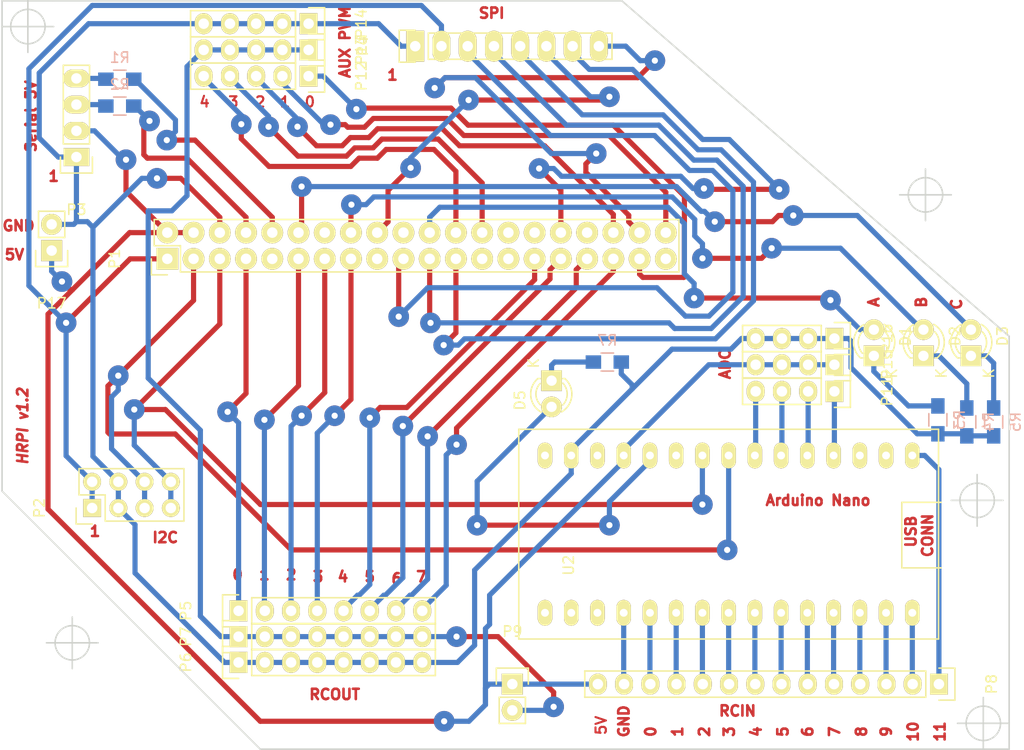
<source format=kicad_pcb>
(kicad_pcb (version 4) (host pcbnew 4.0.2-stable)

  (general
    (links 107)
    (no_connects 0)
    (area 129.391667 101.811666 229.375 177.575001)
    (thickness 1.6)
    (drawings 57)
    (tracks 510)
    (zones 0)
    (modules 27)
    (nets 55)
  )

  (page A3)
  (title_block
    (date "15 nov 2012")
  )

  (layers
    (0 F.Cu signal)
    (31 B.Cu signal)
    (32 B.Adhes user)
    (33 F.Adhes user)
    (34 B.Paste user)
    (35 F.Paste user)
    (36 B.SilkS user)
    (37 F.SilkS user)
    (38 B.Mask user)
    (39 F.Mask user)
    (40 Dwgs.User user)
    (41 Cmts.User user)
    (42 Eco1.User user)
    (43 Eco2.User user)
    (44 Edge.Cuts user)
  )

  (setup
    (last_trace_width 0.2)
    (trace_clearance 0.2)
    (zone_clearance 0.508)
    (zone_45_only no)
    (trace_min 0.1524)
    (segment_width 0.2)
    (edge_width 0.15)
    (via_size 0.9)
    (via_drill 0.6)
    (via_min_size 0.8)
    (via_min_drill 0.5)
    (uvia_size 0.5)
    (uvia_drill 0.1)
    (uvias_allowed no)
    (uvia_min_size 0.5)
    (uvia_min_drill 0.1)
    (pcb_text_width 0.3)
    (pcb_text_size 1 1)
    (mod_edge_width 0.15)
    (mod_text_size 1 1)
    (mod_text_width 0.15)
    (pad_size 2.032 1.7272)
    (pad_drill 1.016)
    (pad_to_mask_clearance 0)
    (aux_axis_origin 143.5 181)
    (visible_elements 7FFFEFFF)
    (pcbplotparams
      (layerselection 0x00030_80000001)
      (usegerberextensions true)
      (excludeedgelayer true)
      (linewidth 0.150000)
      (plotframeref false)
      (viasonmask false)
      (mode 1)
      (useauxorigin false)
      (hpglpennumber 1)
      (hpglpenspeed 20)
      (hpglpendiameter 15)
      (hpglpenoverlay 2)
      (psnegative false)
      (psa4output false)
      (plotreference true)
      (plotvalue true)
      (plotinvisibletext false)
      (padsonsilk false)
      (subtractmaskfromsilk false)
      (outputformat 1)
      (mirror false)
      (drillshape 0)
      (scaleselection 1)
      (outputdirectory ./))
  )

  (net 0 "")
  (net 1 /TXD)
  (net 2 /RXD)
  (net 3 /3V3)
  (net 4 /GND)
  (net 5 /5V)
  (net 6 /SDA)
  (net 7 /SCL)
  (net 8 /RC0)
  (net 9 /RC1)
  (net 10 /RC2)
  (net 11 /RC3)
  (net 12 /INT)
  (net 13 /MOSI)
  (net 14 /MISO)
  (net 15 /SCLK)
  (net 16 /RC4)
  (net 17 /RC5)
  (net 18 /RC6)
  (net 19 /RC7)
  (net 20 /RXD5V)
  (net 21 /TXD5V)
  (net 22 /NSS2)
  (net 23 /NSS1)
  (net 24 /RAIL)
  (net 25 "Net-(P8-Pad1)")
  (net 26 "Net-(P8-Pad2)")
  (net 27 "Net-(P8-Pad3)")
  (net 28 "Net-(P8-Pad4)")
  (net 29 "Net-(P8-Pad5)")
  (net 30 "Net-(P8-Pad6)")
  (net 31 "Net-(P8-Pad7)")
  (net 32 "Net-(P8-Pad8)")
  (net 33 "Net-(P8-Pad10)")
  (net 34 /A0)
  (net 35 /A1)
  (net 36 /AUX4)
  (net 37 /AUX3)
  (net 38 /AUX2)
  (net 39 /AUX0)
  (net 40 /AUX1)
  (net 41 /A2)
  (net 42 /A3)
  (net 43 /STATUS_C)
  (net 44 /STATUS_B)
  (net 45 /STATUS_A)
  (net 46 "Net-(P8-Pad9)")
  (net 47 "Net-(P8-Pad11)")
  (net 48 "Net-(P8-Pad12)")
  (net 49 "Net-(P8-Pad13)")
  (net 50 "Net-(D1-Pad1)")
  (net 51 "Net-(D2-Pad1)")
  (net 52 "Net-(D3-Pad1)")
  (net 53 "Net-(D5-Pad1)")
  (net 54 /RCOK)

  (net_class Default "This is the default net class."
    (clearance 0.2)
    (trace_width 0.2)
    (via_dia 0.9)
    (via_drill 0.6)
    (uvia_dia 0.5)
    (uvia_drill 0.1)
  )

  (net_class Power ""
    (clearance 0.2)
    (trace_width 0.5)
    (via_dia 1)
    (via_drill 0.7)
    (uvia_dia 0.5)
    (uvia_drill 0.1)
  )

  (net_class medium-track ""
    (clearance 0.5)
    (trace_width 0.4)
    (via_dia 1.1)
    (via_drill 0.6)
    (uvia_dia 0.5)
    (uvia_drill 0.1)
  )

  (net_class wide-track ""
    (clearance 0.5)
    (trace_width 0.5)
    (via_dia 2)
    (via_drill 0.6)
    (uvia_dia 0.9)
    (uvia_drill 0.5)
    (add_net /3V3)
    (add_net /5V)
    (add_net /A0)
    (add_net /A1)
    (add_net /A2)
    (add_net /A3)
    (add_net /AUX0)
    (add_net /AUX1)
    (add_net /AUX2)
    (add_net /AUX3)
    (add_net /AUX4)
    (add_net /GND)
    (add_net /INT)
    (add_net /MISO)
    (add_net /MOSI)
    (add_net /NSS1)
    (add_net /NSS2)
    (add_net /RAIL)
    (add_net /RC0)
    (add_net /RC1)
    (add_net /RC2)
    (add_net /RC3)
    (add_net /RC4)
    (add_net /RC5)
    (add_net /RC6)
    (add_net /RC7)
    (add_net /RCOK)
    (add_net /RXD)
    (add_net /RXD5V)
    (add_net /SCL)
    (add_net /SCLK)
    (add_net /SDA)
    (add_net /STATUS_A)
    (add_net /STATUS_B)
    (add_net /STATUS_C)
    (add_net /TXD)
    (add_net /TXD5V)
    (add_net "Net-(D1-Pad1)")
    (add_net "Net-(D2-Pad1)")
    (add_net "Net-(D3-Pad1)")
    (add_net "Net-(D5-Pad1)")
    (add_net "Net-(P8-Pad1)")
    (add_net "Net-(P8-Pad10)")
    (add_net "Net-(P8-Pad11)")
    (add_net "Net-(P8-Pad12)")
    (add_net "Net-(P8-Pad13)")
    (add_net "Net-(P8-Pad2)")
    (add_net "Net-(P8-Pad3)")
    (add_net "Net-(P8-Pad4)")
    (add_net "Net-(P8-Pad5)")
    (add_net "Net-(P8-Pad6)")
    (add_net "Net-(P8-Pad7)")
    (add_net "Net-(P8-Pad8)")
    (add_net "Net-(P8-Pad9)")
  )

  (module Pin_Headers:Pin_Header_Straight_1x08 (layer F.Cu) (tedit 0) (tstamp 575AC296)
    (at 152.9 164.1 90)
    (descr "Through hole pin header")
    (tags "pin header")
    (path /575B3AE0)
    (fp_text reference P5 (at 0 -5.1 90) (layer F.SilkS)
      (effects (font (size 1 1) (thickness 0.15)))
    )
    (fp_text value CONN_01X08 (at 0 -3.1 90) (layer F.Fab)
      (effects (font (size 1 1) (thickness 0.15)))
    )
    (fp_line (start -1.75 -1.75) (end -1.75 19.55) (layer F.CrtYd) (width 0.05))
    (fp_line (start 1.75 -1.75) (end 1.75 19.55) (layer F.CrtYd) (width 0.05))
    (fp_line (start -1.75 -1.75) (end 1.75 -1.75) (layer F.CrtYd) (width 0.05))
    (fp_line (start -1.75 19.55) (end 1.75 19.55) (layer F.CrtYd) (width 0.05))
    (fp_line (start 1.27 1.27) (end 1.27 19.05) (layer F.SilkS) (width 0.15))
    (fp_line (start 1.27 19.05) (end -1.27 19.05) (layer F.SilkS) (width 0.15))
    (fp_line (start -1.27 19.05) (end -1.27 1.27) (layer F.SilkS) (width 0.15))
    (fp_line (start 1.55 -1.55) (end 1.55 0) (layer F.SilkS) (width 0.15))
    (fp_line (start 1.27 1.27) (end -1.27 1.27) (layer F.SilkS) (width 0.15))
    (fp_line (start -1.55 0) (end -1.55 -1.55) (layer F.SilkS) (width 0.15))
    (fp_line (start -1.55 -1.55) (end 1.55 -1.55) (layer F.SilkS) (width 0.15))
    (pad 1 thru_hole rect (at 0 0 90) (size 2.032 1.7272) (drill 1.016) (layers *.Cu *.Mask F.SilkS)
      (net 8 /RC0))
    (pad 2 thru_hole oval (at 0 2.54 90) (size 2.032 1.7272) (drill 1.016) (layers *.Cu *.Mask F.SilkS)
      (net 9 /RC1))
    (pad 3 thru_hole oval (at 0 5.08 90) (size 2.032 1.7272) (drill 1.016) (layers *.Cu *.Mask F.SilkS)
      (net 10 /RC2))
    (pad 4 thru_hole oval (at 0 7.62 90) (size 2.032 1.7272) (drill 1.016) (layers *.Cu *.Mask F.SilkS)
      (net 11 /RC3))
    (pad 5 thru_hole oval (at 0 10.16 90) (size 2.032 1.7272) (drill 1.016) (layers *.Cu *.Mask F.SilkS)
      (net 16 /RC4))
    (pad 6 thru_hole oval (at 0 12.7 90) (size 2.032 1.7272) (drill 1.016) (layers *.Cu *.Mask F.SilkS)
      (net 17 /RC5))
    (pad 7 thru_hole oval (at 0 15.24 90) (size 2.032 1.7272) (drill 1.016) (layers *.Cu *.Mask F.SilkS)
      (net 18 /RC6))
    (pad 8 thru_hole oval (at 0 17.78 90) (size 2.032 1.7272) (drill 1.016) (layers *.Cu *.Mask F.SilkS)
      (net 19 /RC7))
    (model Pin_Headers.3dshapes/Pin_Header_Straight_1x08.wrl
      (at (xyz 0 -0.35 0))
      (scale (xyz 1 1 1))
      (rotate (xyz 0 0 90))
    )
  )

  (module Pin_Headers:Pin_Header_Straight_1x04 (layer F.Cu) (tedit 575D3E9B) (tstamp 575CCC06)
    (at 137.2 120.14 180)
    (descr "Through hole pin header")
    (tags "pin header")
    (path /575AC08B)
    (fp_text reference P3 (at 0 -5.1 180) (layer F.SilkS)
      (effects (font (size 1 1) (thickness 0.15)))
    )
    (fp_text value CONN_01X04 (at 0 -3.1 180) (layer F.Fab)
      (effects (font (size 1 1) (thickness 0.15)))
    )
    (fp_line (start -1.75 -1.75) (end -1.75 9.4) (layer F.CrtYd) (width 0.05))
    (fp_line (start 1.75 -1.75) (end 1.75 9.4) (layer F.CrtYd) (width 0.05))
    (fp_line (start -1.75 -1.75) (end 1.75 -1.75) (layer F.CrtYd) (width 0.05))
    (fp_line (start -1.75 9.4) (end 1.75 9.4) (layer F.CrtYd) (width 0.05))
    (fp_line (start -1.27 1.27) (end -1.27 8.89) (layer F.SilkS) (width 0.15))
    (fp_line (start 1.27 1.27) (end 1.27 8.89) (layer F.SilkS) (width 0.15))
    (fp_line (start 1.55 -1.55) (end 1.55 0) (layer F.SilkS) (width 0.15))
    (fp_line (start -1.27 8.89) (end 1.27 8.89) (layer F.SilkS) (width 0.15))
    (fp_line (start 1.27 1.27) (end -1.27 1.27) (layer F.SilkS) (width 0.15))
    (fp_line (start -1.55 0) (end -1.55 -1.55) (layer F.SilkS) (width 0.15))
    (fp_line (start -1.55 -1.55) (end 1.55 -1.55) (layer F.SilkS) (width 0.15))
    (pad 1 thru_hole rect (at 0 0 180) (size 2.5 1.7272) (drill 1.016) (layers *.Cu *.Mask F.SilkS)
      (net 4 /GND))
    (pad 2 thru_hole oval (at 0 2.54 180) (size 2.5 1.7272) (drill 1.016) (layers *.Cu *.Mask F.SilkS)
      (net 5 /5V))
    (pad 3 thru_hole oval (at 0 5.08 180) (size 2.5 1.7272) (drill 1.016) (layers *.Cu *.Mask F.SilkS)
      (net 21 /TXD5V))
    (pad 4 thru_hole oval (at 0 7.62 180) (size 2.5 1.7272) (drill 1.016) (layers *.Cu *.Mask F.SilkS)
      (net 20 /RXD5V))
    (model Pin_Headers.3dshapes/Pin_Header_Straight_1x04.wrl
      (at (xyz 0 -0.15 0))
      (scale (xyz 1 1 1))
      (rotate (xyz 0 0 90))
    )
  )

  (module Pin_Headers:Pin_Header_Straight_1x08 (layer F.Cu) (tedit 575D3E4D) (tstamp 575ABDF5)
    (at 170 109.4 90)
    (descr "Through hole pin header")
    (tags "pin header")
    (path /575B0D05)
    (fp_text reference P4 (at 0 -5.1 90) (layer F.SilkS)
      (effects (font (size 1 1) (thickness 0.15)))
    )
    (fp_text value CONN_01X08 (at 0 -3.1 90) (layer F.Fab)
      (effects (font (size 1 1) (thickness 0.15)))
    )
    (fp_line (start -1.75 -1.75) (end -1.75 19.55) (layer F.CrtYd) (width 0.05))
    (fp_line (start 1.75 -1.75) (end 1.75 19.55) (layer F.CrtYd) (width 0.05))
    (fp_line (start -1.75 -1.75) (end 1.75 -1.75) (layer F.CrtYd) (width 0.05))
    (fp_line (start -1.75 19.55) (end 1.75 19.55) (layer F.CrtYd) (width 0.05))
    (fp_line (start 1.27 1.27) (end 1.27 19.05) (layer F.SilkS) (width 0.15))
    (fp_line (start 1.27 19.05) (end -1.27 19.05) (layer F.SilkS) (width 0.15))
    (fp_line (start -1.27 19.05) (end -1.27 1.27) (layer F.SilkS) (width 0.15))
    (fp_line (start 1.55 -1.55) (end 1.55 0) (layer F.SilkS) (width 0.15))
    (fp_line (start 1.27 1.27) (end -1.27 1.27) (layer F.SilkS) (width 0.15))
    (fp_line (start -1.55 0) (end -1.55 -1.55) (layer F.SilkS) (width 0.15))
    (fp_line (start -1.55 -1.55) (end 1.55 -1.55) (layer F.SilkS) (width 0.15))
    (pad 1 thru_hole rect (at 0 0 90) (size 3 1.7272) (drill 1.016) (layers *.Cu *.Mask F.SilkS)
      (net 4 /GND))
    (pad 2 thru_hole oval (at 0 2.54 90) (size 3 1.7272) (drill 1.016) (layers *.Cu *.Mask F.SilkS)
      (net 3 /3V3))
    (pad 3 thru_hole oval (at 0 5.08 90) (size 3 1.7272) (drill 1.016) (layers *.Cu *.Mask F.SilkS)
      (net 13 /MOSI))
    (pad 4 thru_hole oval (at 0 7.62 90) (size 3 1.7272) (drill 1.016) (layers *.Cu *.Mask F.SilkS)
      (net 14 /MISO))
    (pad 5 thru_hole oval (at 0 10.16 90) (size 3 1.7272) (drill 1.016) (layers *.Cu *.Mask F.SilkS)
      (net 15 /SCLK))
    (pad 6 thru_hole oval (at 0 12.7 90) (size 3 1.7272) (drill 1.016) (layers *.Cu *.Mask F.SilkS)
      (net 12 /INT))
    (pad 7 thru_hole oval (at 0 15.24 90) (size 3 1.7272) (drill 1.016) (layers *.Cu *.Mask F.SilkS)
      (net 23 /NSS1))
    (pad 8 thru_hole oval (at 0 17.78 90) (size 3 1.7272) (drill 1.016) (layers *.Cu *.Mask F.SilkS)
      (net 22 /NSS2))
    (model Pin_Headers.3dshapes/Pin_Header_Straight_1x08.wrl
      (at (xyz 0 -0.35 0))
      (scale (xyz 1 1 1))
      (rotate (xyz 0 0 90))
    )
  )

  (module Pin_Headers:Pin_Header_Straight_2x20 (layer F.Cu) (tedit 575D3DF6) (tstamp 575AB371)
    (at 146 130 90)
    (descr "Through hole pin header")
    (tags "pin header")
    (path /575AB297)
    (fp_text reference P1 (at 0 -5.1 90) (layer F.SilkS)
      (effects (font (size 1 1) (thickness 0.15)))
    )
    (fp_text value CONN_02X20 (at 0 -3.1 90) (layer F.Fab)
      (effects (font (size 1 1) (thickness 0.15)))
    )
    (fp_line (start -1.75 -1.75) (end -1.75 50.05) (layer F.CrtYd) (width 0.05))
    (fp_line (start 4.3 -1.75) (end 4.3 50.05) (layer F.CrtYd) (width 0.05))
    (fp_line (start -1.75 -1.75) (end 4.3 -1.75) (layer F.CrtYd) (width 0.05))
    (fp_line (start -1.75 50.05) (end 4.3 50.05) (layer F.CrtYd) (width 0.05))
    (fp_line (start 3.81 49.53) (end 3.81 -1.27) (layer F.SilkS) (width 0.15))
    (fp_line (start -1.27 1.27) (end -1.27 49.53) (layer F.SilkS) (width 0.15))
    (fp_line (start 3.81 49.53) (end -1.27 49.53) (layer F.SilkS) (width 0.15))
    (fp_line (start 3.81 -1.27) (end 1.27 -1.27) (layer F.SilkS) (width 0.15))
    (fp_line (start 0 -1.55) (end -1.55 -1.55) (layer F.SilkS) (width 0.15))
    (fp_line (start 1.27 -1.27) (end 1.27 1.27) (layer F.SilkS) (width 0.15))
    (fp_line (start 1.27 1.27) (end -1.27 1.27) (layer F.SilkS) (width 0.15))
    (fp_line (start -1.55 -1.55) (end -1.55 0) (layer F.SilkS) (width 0.15))
    (pad 1 thru_hole rect (at 0 0 90) (size 2.1 2.1) (drill 1.016) (layers *.Cu *.Mask F.SilkS)
      (net 3 /3V3))
    (pad 2 thru_hole oval (at 2.54 0 90) (size 2.1 2.1) (drill 1.016) (layers *.Cu *.Mask F.SilkS)
      (net 5 /5V))
    (pad 3 thru_hole oval (at 0 2.54 90) (size 2.1 2.1) (drill 1.016) (layers *.Cu *.Mask F.SilkS)
      (net 6 /SDA))
    (pad 4 thru_hole oval (at 2.54 2.54 90) (size 2.1 2.1) (drill 1.016) (layers *.Cu *.Mask F.SilkS)
      (net 5 /5V))
    (pad 5 thru_hole oval (at 0 5.08 90) (size 2.1 2.1) (drill 1.016) (layers *.Cu *.Mask F.SilkS)
      (net 7 /SCL))
    (pad 6 thru_hole oval (at 2.54 5.08 90) (size 2.1 2.1) (drill 1.016) (layers *.Cu *.Mask F.SilkS)
      (net 4 /GND))
    (pad 7 thru_hole oval (at 0 7.62 90) (size 2.1 2.1) (drill 1.016) (layers *.Cu *.Mask F.SilkS)
      (net 8 /RC0))
    (pad 8 thru_hole oval (at 2.54 7.62 90) (size 2.1 2.1) (drill 1.016) (layers *.Cu *.Mask F.SilkS)
      (net 1 /TXD))
    (pad 9 thru_hole oval (at 0 10.16 90) (size 2.1 2.1) (drill 1.016) (layers *.Cu *.Mask F.SilkS))
    (pad 10 thru_hole oval (at 2.54 10.16 90) (size 2.1 2.1) (drill 1.016) (layers *.Cu *.Mask F.SilkS)
      (net 2 /RXD))
    (pad 11 thru_hole oval (at 0 12.7 90) (size 2.1 2.1) (drill 1.016) (layers *.Cu *.Mask F.SilkS)
      (net 9 /RC1))
    (pad 12 thru_hole oval (at 2.54 12.7 90) (size 2.1 2.1) (drill 1.016) (layers *.Cu *.Mask F.SilkS)
      (net 43 /STATUS_C))
    (pad 13 thru_hole oval (at 0 15.24 90) (size 2.1 2.1) (drill 1.016) (layers *.Cu *.Mask F.SilkS)
      (net 10 /RC2))
    (pad 14 thru_hole oval (at 2.54 15.24 90) (size 2.1 2.1) (drill 1.016) (layers *.Cu *.Mask F.SilkS))
    (pad 15 thru_hole oval (at 0 17.78 90) (size 2.1 2.1) (drill 1.016) (layers *.Cu *.Mask F.SilkS)
      (net 11 /RC3))
    (pad 16 thru_hole oval (at 2.54 17.78 90) (size 2.1 2.1) (drill 1.016) (layers *.Cu *.Mask F.SilkS)
      (net 44 /STATUS_B))
    (pad 17 thru_hole oval (at 0 20.32 90) (size 2.1 2.1) (drill 1.016) (layers *.Cu *.Mask F.SilkS))
    (pad 18 thru_hole oval (at 2.54 20.32 90) (size 2.1 2.1) (drill 1.016) (layers *.Cu *.Mask F.SilkS)
      (net 12 /INT))
    (pad 19 thru_hole oval (at 0 22.86 90) (size 2.1 2.1) (drill 1.016) (layers *.Cu *.Mask F.SilkS)
      (net 13 /MOSI))
    (pad 20 thru_hole oval (at 2.54 22.86 90) (size 2.1 2.1) (drill 1.016) (layers *.Cu *.Mask F.SilkS))
    (pad 21 thru_hole oval (at 0 25.4 90) (size 2.1 2.1) (drill 1.016) (layers *.Cu *.Mask F.SilkS)
      (net 14 /MISO))
    (pad 22 thru_hole oval (at 2.54 25.4 90) (size 2.1 2.1) (drill 1.016) (layers *.Cu *.Mask F.SilkS)
      (net 45 /STATUS_A))
    (pad 23 thru_hole oval (at 0 27.94 90) (size 2.1 2.1) (drill 1.016) (layers *.Cu *.Mask F.SilkS)
      (net 15 /SCLK))
    (pad 24 thru_hole oval (at 2.54 27.94 90) (size 2.1 2.1) (drill 1.016) (layers *.Cu *.Mask F.SilkS)
      (net 36 /AUX4))
    (pad 25 thru_hole oval (at 0 30.48 90) (size 2.1 2.1) (drill 1.016) (layers *.Cu *.Mask F.SilkS))
    (pad 26 thru_hole oval (at 2.54 30.48 90) (size 2.1 2.1) (drill 1.016) (layers *.Cu *.Mask F.SilkS)
      (net 37 /AUX3))
    (pad 27 thru_hole oval (at 0 33.02 90) (size 2.1 2.1) (drill 1.016) (layers *.Cu *.Mask F.SilkS))
    (pad 28 thru_hole oval (at 2.54 33.02 90) (size 2.1 2.1) (drill 1.016) (layers *.Cu *.Mask F.SilkS))
    (pad 29 thru_hole oval (at 0 35.56 90) (size 2.1 2.1) (drill 1.016) (layers *.Cu *.Mask F.SilkS)
      (net 16 /RC4))
    (pad 30 thru_hole oval (at 2.54 35.56 90) (size 2.1 2.1) (drill 1.016) (layers *.Cu *.Mask F.SilkS))
    (pad 31 thru_hole oval (at 0 38.1 90) (size 2.1 2.1) (drill 1.016) (layers *.Cu *.Mask F.SilkS)
      (net 17 /RC5))
    (pad 32 thru_hole oval (at 2.54 38.1 90) (size 2.1 2.1) (drill 1.016) (layers *.Cu *.Mask F.SilkS)
      (net 23 /NSS1))
    (pad 33 thru_hole oval (at 0 40.64 90) (size 2.1 2.1) (drill 1.016) (layers *.Cu *.Mask F.SilkS)
      (net 18 /RC6))
    (pad 34 thru_hole oval (at 2.54 40.64 90) (size 2.1 2.1) (drill 1.016) (layers *.Cu *.Mask F.SilkS))
    (pad 35 thru_hole oval (at 0 43.18 90) (size 2.1 2.1) (drill 1.016) (layers *.Cu *.Mask F.SilkS)
      (net 19 /RC7))
    (pad 36 thru_hole oval (at 2.54 43.18 90) (size 2.1 2.1) (drill 1.016) (layers *.Cu *.Mask F.SilkS)
      (net 38 /AUX2))
    (pad 37 thru_hole oval (at 0 45.72 90) (size 2.1 2.1) (drill 1.016) (layers *.Cu *.Mask F.SilkS)
      (net 39 /AUX0))
    (pad 38 thru_hole oval (at 2.54 45.72 90) (size 2.1 2.1) (drill 1.016) (layers *.Cu *.Mask F.SilkS)
      (net 22 /NSS2))
    (pad 39 thru_hole oval (at 0 48.26 90) (size 2.1 2.1) (drill 1.016) (layers *.Cu *.Mask F.SilkS))
    (pad 40 thru_hole oval (at 2.54 48.26 90) (size 2.1 2.1) (drill 1.016) (layers *.Cu *.Mask F.SilkS)
      (net 40 /AUX1))
    (model ./PINS.x3d
      (at (xyz 0.15 0.05 -0.456693))
      (scale (xyz 10 10 10))
      (rotate (xyz -90 0 0))
    )
  )

  (module arduino:arduino_nano (layer F.Cu) (tedit 575BC7CB) (tstamp 575BD01A)
    (at 200.6 157.4 90)
    (path /575BCB18)
    (fp_text reference U2 (at -2.286 -15.748 270) (layer F.SilkS)
      (effects (font (size 1 1) (thickness 0.15)))
    )
    (fp_text value Arduino_Nano (at 0.635 -18.034 270) (layer F.Fab)
      (effects (font (size 1 1) (thickness 0.15)))
    )
    (fp_line (start 3.81 16.51) (end 3.81 20.32) (layer F.SilkS) (width 0.15))
    (fp_line (start -2.54 16.51) (end 3.81 16.51) (layer F.SilkS) (width 0.15))
    (fp_line (start -2.54 20.32) (end -2.54 16.51) (layer F.SilkS) (width 0.15))
    (fp_line (start -9.431541 -20.576283) (end 10.888459 -20.576283) (layer F.SilkS) (width 0.15))
    (fp_line (start 10.888459 -20.576283) (end 10.888459 20.063717) (layer F.SilkS) (width 0.15))
    (fp_line (start 10.888459 20.063717) (end -9.431541 20.063717) (layer F.SilkS) (width 0.15))
    (fp_line (start -9.431541 20.063717) (end -9.431541 -20.576283) (layer F.SilkS) (width 0.15))
    (pad 29 thru_hole oval (at -6.891541 17.523717 180) (size 1.4 2.5) (drill 0.762) (layers *.Cu *.Mask F.SilkS)
      (net 26 "Net-(P8-Pad2)"))
    (pad 27 thru_hole oval (at -6.891541 14.983717 180) (size 1.4 2.5) (drill 0.762) (layers *.Cu *.Mask F.SilkS)
      (net 27 "Net-(P8-Pad3)"))
    (pad 25 thru_hole oval (at -6.891541 12.443717 180) (size 1.4 2.5) (drill 0.762) (layers *.Cu *.Mask F.SilkS)
      (net 28 "Net-(P8-Pad4)"))
    (pad 23 thru_hole oval (at -6.891541 9.903717 180) (size 1.4 2.5) (drill 0.762) (layers *.Cu *.Mask F.SilkS)
      (net 29 "Net-(P8-Pad5)"))
    (pad 21 thru_hole oval (at -6.891541 7.363717 180) (size 1.4 2.5) (drill 0.762) (layers *.Cu *.Mask F.SilkS)
      (net 30 "Net-(P8-Pad6)"))
    (pad 19 thru_hole oval (at -6.891541 4.823717 180) (size 1.4 2.5) (drill 0.762) (layers *.Cu *.Mask F.SilkS)
      (net 31 "Net-(P8-Pad7)"))
    (pad 17 thru_hole oval (at -6.891541 2.283717 180) (size 1.4 2.5) (drill 0.762) (layers *.Cu *.Mask F.SilkS)
      (net 32 "Net-(P8-Pad8)"))
    (pad 15 thru_hole oval (at -6.891541 -0.256283 180) (size 1.4 2.5) (drill 0.762) (layers *.Cu *.Mask F.SilkS)
      (net 46 "Net-(P8-Pad9)"))
    (pad 13 thru_hole oval (at -6.891541 -2.796283 180) (size 1.4 2.5) (drill 0.762) (layers *.Cu *.Mask F.SilkS)
      (net 33 "Net-(P8-Pad10)"))
    (pad 11 thru_hole oval (at -6.891541 -5.336283 180) (size 1.4 2.5) (drill 0.762) (layers *.Cu *.Mask F.SilkS)
      (net 47 "Net-(P8-Pad11)"))
    (pad 30 thru_hole oval (at 8.348459 17.523717 180) (size 1.4 2.5) (drill 0.762) (layers *.Cu *.Mask F.SilkS)
      (net 25 "Net-(P8-Pad1)"))
    (pad 28 thru_hole oval (at 8.348459 14.983717 180) (size 1.4 2.5) (drill 0.762) (layers *.Cu *.Mask F.SilkS))
    (pad 26 thru_hole oval (at 8.348459 12.443717 180) (size 1.4 2.5) (drill 0.762) (layers *.Cu *.Mask F.SilkS))
    (pad 24 thru_hole oval (at 8.348459 9.903717 180) (size 1.4 2.5) (drill 0.762) (layers *.Cu *.Mask F.SilkS)
      (net 34 /A0))
    (pad 22 thru_hole oval (at 8.348459 7.363717 180) (size 1.4 2.5) (drill 0.762) (layers *.Cu *.Mask F.SilkS)
      (net 35 /A1))
    (pad 20 thru_hole oval (at 8.348459 4.823717 180) (size 1.4 2.5) (drill 0.762) (layers *.Cu *.Mask F.SilkS)
      (net 41 /A2))
    (pad 18 thru_hole oval (at 8.348459 2.283717 180) (size 1.4 2.5) (drill 0.762) (layers *.Cu *.Mask F.SilkS)
      (net 42 /A3))
    (pad 16 thru_hole oval (at 8.348459 -0.256283 180) (size 1.4 2.5) (drill 0.762) (layers *.Cu *.Mask F.SilkS)
      (net 6 /SDA))
    (pad 14 thru_hole oval (at 8.348459 -2.796283 180) (size 1.4 2.5) (drill 0.762) (layers *.Cu *.Mask F.SilkS)
      (net 7 /SCL))
    (pad 12 thru_hole oval (at 8.348459 -5.336283 180) (size 1.4 2.5) (drill 0.762) (layers *.Cu *.Mask F.SilkS))
    (pad 10 thru_hole oval (at 8.348459 -7.876283 180) (size 1.4 2.5) (drill 0.762) (layers *.Cu *.Mask F.SilkS)
      (net 54 /RCOK))
    (pad 8 thru_hole oval (at 8.348459 -10.416283 180) (size 1.4 2.5) (drill 0.762) (layers *.Cu *.Mask F.SilkS)
      (net 5 /5V))
    (pad 6 thru_hole oval (at 8.348459 -12.956283 180) (size 1.4 2.5) (drill 0.762) (layers *.Cu *.Mask F.SilkS))
    (pad 4 thru_hole oval (at 8.348459 -15.496283 180) (size 1.4 2.5) (drill 0.762) (layers *.Cu *.Mask F.SilkS)
      (net 4 /GND))
    (pad 2 thru_hole oval (at 8.348459 -18.036283 180) (size 1.4 2.5) (drill 0.762) (layers *.Cu *.Mask F.SilkS))
    (pad 1 thru_hole oval (at -6.891541 -18.036283 180) (size 1.4 2.5) (drill 0.762) (layers *.Cu *.Mask F.SilkS))
    (pad 3 thru_hole oval (at -6.891541 -15.496283 180) (size 1.4 2.5) (drill 0.762) (layers *.Cu *.Mask F.SilkS))
    (pad 5 thru_hole oval (at -6.891541 -12.956283 180) (size 1.4 2.5) (drill 0.762) (layers *.Cu *.Mask F.SilkS))
    (pad 7 thru_hole oval (at -6.891541 -10.416283 180) (size 1.4 2.5) (drill 0.762) (layers *.Cu *.Mask F.SilkS)
      (net 49 "Net-(P8-Pad13)"))
    (pad 9 thru_hole oval (at -6.891541 -7.876283 180) (size 1.4 2.5) (drill 0.762) (layers *.Cu *.Mask F.SilkS)
      (net 48 "Net-(P8-Pad12)"))
  )

  (module Pin_Headers:Pin_Header_Straight_2x04 (layer F.Cu) (tedit 0) (tstamp 575ABA69)
    (at 138.72 154.14 90)
    (descr "Through hole pin header")
    (tags "pin header")
    (path /575ABB32)
    (fp_text reference P2 (at 0 -5.1 90) (layer F.SilkS)
      (effects (font (size 1 1) (thickness 0.15)))
    )
    (fp_text value CONN_02X04 (at 0 -3.1 90) (layer F.Fab)
      (effects (font (size 1 1) (thickness 0.15)))
    )
    (fp_line (start -1.75 -1.75) (end -1.75 9.4) (layer F.CrtYd) (width 0.05))
    (fp_line (start 4.3 -1.75) (end 4.3 9.4) (layer F.CrtYd) (width 0.05))
    (fp_line (start -1.75 -1.75) (end 4.3 -1.75) (layer F.CrtYd) (width 0.05))
    (fp_line (start -1.75 9.4) (end 4.3 9.4) (layer F.CrtYd) (width 0.05))
    (fp_line (start -1.27 1.27) (end -1.27 8.89) (layer F.SilkS) (width 0.15))
    (fp_line (start -1.27 8.89) (end 3.81 8.89) (layer F.SilkS) (width 0.15))
    (fp_line (start 3.81 8.89) (end 3.81 -1.27) (layer F.SilkS) (width 0.15))
    (fp_line (start 3.81 -1.27) (end 1.27 -1.27) (layer F.SilkS) (width 0.15))
    (fp_line (start 0 -1.55) (end -1.55 -1.55) (layer F.SilkS) (width 0.15))
    (fp_line (start 1.27 -1.27) (end 1.27 1.27) (layer F.SilkS) (width 0.15))
    (fp_line (start 1.27 1.27) (end -1.27 1.27) (layer F.SilkS) (width 0.15))
    (fp_line (start -1.55 -1.55) (end -1.55 0) (layer F.SilkS) (width 0.15))
    (pad 1 thru_hole rect (at 0 0 90) (size 1.7272 1.7272) (drill 1.016) (layers *.Cu *.Mask F.SilkS)
      (net 3 /3V3))
    (pad 2 thru_hole oval (at 2.54 0 90) (size 1.7272 1.7272) (drill 1.016) (layers *.Cu *.Mask F.SilkS)
      (net 3 /3V3))
    (pad 3 thru_hole oval (at 0 2.54 90) (size 1.7272 1.7272) (drill 1.016) (layers *.Cu *.Mask F.SilkS)
      (net 4 /GND))
    (pad 4 thru_hole oval (at 2.54 2.54 90) (size 1.7272 1.7272) (drill 1.016) (layers *.Cu *.Mask F.SilkS)
      (net 4 /GND))
    (pad 5 thru_hole oval (at 0 5.08 90) (size 1.7272 1.7272) (drill 1.016) (layers *.Cu *.Mask F.SilkS)
      (net 6 /SDA))
    (pad 6 thru_hole oval (at 2.54 5.08 90) (size 1.7272 1.7272) (drill 1.016) (layers *.Cu *.Mask F.SilkS)
      (net 6 /SDA))
    (pad 7 thru_hole oval (at 0 7.62 90) (size 1.7272 1.7272) (drill 1.016) (layers *.Cu *.Mask F.SilkS)
      (net 7 /SCL))
    (pad 8 thru_hole oval (at 2.54 7.62 90) (size 1.7272 1.7272) (drill 1.016) (layers *.Cu *.Mask F.SilkS)
      (net 7 /SCL))
    (model Pin_Headers.3dshapes/Pin_Header_Straight_2x04.wrl
      (at (xyz 0.05 -0.15 0))
      (scale (xyz 1 1 1))
      (rotate (xyz 0 0 90))
    )
  )

  (module Pin_Headers:Pin_Header_Straight_1x08 (layer F.Cu) (tedit 0) (tstamp 575AC2A2)
    (at 152.9 169.1 90)
    (descr "Through hole pin header")
    (tags "pin header")
    (path /575B3BEC)
    (fp_text reference P6 (at 0 -5.1 90) (layer F.SilkS)
      (effects (font (size 1 1) (thickness 0.15)))
    )
    (fp_text value CONN_01X08 (at 0 -3.1 90) (layer F.Fab)
      (effects (font (size 1 1) (thickness 0.15)))
    )
    (fp_line (start -1.75 -1.75) (end -1.75 19.55) (layer F.CrtYd) (width 0.05))
    (fp_line (start 1.75 -1.75) (end 1.75 19.55) (layer F.CrtYd) (width 0.05))
    (fp_line (start -1.75 -1.75) (end 1.75 -1.75) (layer F.CrtYd) (width 0.05))
    (fp_line (start -1.75 19.55) (end 1.75 19.55) (layer F.CrtYd) (width 0.05))
    (fp_line (start 1.27 1.27) (end 1.27 19.05) (layer F.SilkS) (width 0.15))
    (fp_line (start 1.27 19.05) (end -1.27 19.05) (layer F.SilkS) (width 0.15))
    (fp_line (start -1.27 19.05) (end -1.27 1.27) (layer F.SilkS) (width 0.15))
    (fp_line (start 1.55 -1.55) (end 1.55 0) (layer F.SilkS) (width 0.15))
    (fp_line (start 1.27 1.27) (end -1.27 1.27) (layer F.SilkS) (width 0.15))
    (fp_line (start -1.55 0) (end -1.55 -1.55) (layer F.SilkS) (width 0.15))
    (fp_line (start -1.55 -1.55) (end 1.55 -1.55) (layer F.SilkS) (width 0.15))
    (pad 1 thru_hole rect (at 0 0 90) (size 2.032 1.7272) (drill 1.016) (layers *.Cu *.Mask F.SilkS)
      (net 4 /GND))
    (pad 2 thru_hole oval (at 0 2.54 90) (size 2.032 1.7272) (drill 1.016) (layers *.Cu *.Mask F.SilkS)
      (net 4 /GND))
    (pad 3 thru_hole oval (at 0 5.08 90) (size 2.032 1.7272) (drill 1.016) (layers *.Cu *.Mask F.SilkS)
      (net 4 /GND))
    (pad 4 thru_hole oval (at 0 7.62 90) (size 2.032 1.7272) (drill 1.016) (layers *.Cu *.Mask F.SilkS)
      (net 4 /GND))
    (pad 5 thru_hole oval (at 0 10.16 90) (size 2.032 1.7272) (drill 1.016) (layers *.Cu *.Mask F.SilkS)
      (net 4 /GND))
    (pad 6 thru_hole oval (at 0 12.7 90) (size 2.032 1.7272) (drill 1.016) (layers *.Cu *.Mask F.SilkS)
      (net 4 /GND))
    (pad 7 thru_hole oval (at 0 15.24 90) (size 2.032 1.7272) (drill 1.016) (layers *.Cu *.Mask F.SilkS)
      (net 4 /GND))
    (pad 8 thru_hole oval (at 0 17.78 90) (size 2.032 1.7272) (drill 1.016) (layers *.Cu *.Mask F.SilkS)
      (net 4 /GND))
    (model Pin_Headers.3dshapes/Pin_Header_Straight_1x08.wrl
      (at (xyz 0 -0.35 0))
      (scale (xyz 1 1 1))
      (rotate (xyz 0 0 90))
    )
  )

  (module Pin_Headers:Pin_Header_Straight_1x08 (layer F.Cu) (tedit 0) (tstamp 575AC2AE)
    (at 152.9 166.6 90)
    (descr "Through hole pin header")
    (tags "pin header")
    (path /575B3E19)
    (fp_text reference P7 (at 0 -5.1 90) (layer F.SilkS)
      (effects (font (size 1 1) (thickness 0.15)))
    )
    (fp_text value CONN_01X08 (at 0 -3.1 90) (layer F.Fab)
      (effects (font (size 1 1) (thickness 0.15)))
    )
    (fp_line (start -1.75 -1.75) (end -1.75 19.55) (layer F.CrtYd) (width 0.05))
    (fp_line (start 1.75 -1.75) (end 1.75 19.55) (layer F.CrtYd) (width 0.05))
    (fp_line (start -1.75 -1.75) (end 1.75 -1.75) (layer F.CrtYd) (width 0.05))
    (fp_line (start -1.75 19.55) (end 1.75 19.55) (layer F.CrtYd) (width 0.05))
    (fp_line (start 1.27 1.27) (end 1.27 19.05) (layer F.SilkS) (width 0.15))
    (fp_line (start 1.27 19.05) (end -1.27 19.05) (layer F.SilkS) (width 0.15))
    (fp_line (start -1.27 19.05) (end -1.27 1.27) (layer F.SilkS) (width 0.15))
    (fp_line (start 1.55 -1.55) (end 1.55 0) (layer F.SilkS) (width 0.15))
    (fp_line (start 1.27 1.27) (end -1.27 1.27) (layer F.SilkS) (width 0.15))
    (fp_line (start -1.55 0) (end -1.55 -1.55) (layer F.SilkS) (width 0.15))
    (fp_line (start -1.55 -1.55) (end 1.55 -1.55) (layer F.SilkS) (width 0.15))
    (pad 1 thru_hole rect (at 0 0 90) (size 2.032 1.7272) (drill 1.016) (layers *.Cu *.Mask F.SilkS)
      (net 24 /RAIL))
    (pad 2 thru_hole oval (at 0 2.54 90) (size 2.032 1.7272) (drill 1.016) (layers *.Cu *.Mask F.SilkS)
      (net 24 /RAIL))
    (pad 3 thru_hole oval (at 0 5.08 90) (size 2.032 1.7272) (drill 1.016) (layers *.Cu *.Mask F.SilkS)
      (net 24 /RAIL))
    (pad 4 thru_hole oval (at 0 7.62 90) (size 2.032 1.7272) (drill 1.016) (layers *.Cu *.Mask F.SilkS)
      (net 24 /RAIL))
    (pad 5 thru_hole oval (at 0 10.16 90) (size 2.032 1.7272) (drill 1.016) (layers *.Cu *.Mask F.SilkS)
      (net 24 /RAIL))
    (pad 6 thru_hole oval (at 0 12.7 90) (size 2.032 1.7272) (drill 1.016) (layers *.Cu *.Mask F.SilkS)
      (net 24 /RAIL))
    (pad 7 thru_hole oval (at 0 15.24 90) (size 2.032 1.7272) (drill 1.016) (layers *.Cu *.Mask F.SilkS)
      (net 24 /RAIL))
    (pad 8 thru_hole oval (at 0 17.78 90) (size 2.032 1.7272) (drill 1.016) (layers *.Cu *.Mask F.SilkS)
      (net 24 /RAIL))
    (model Pin_Headers.3dshapes/Pin_Header_Straight_1x08.wrl
      (at (xyz 0 -0.35 0))
      (scale (xyz 1 1 1))
      (rotate (xyz 0 0 90))
    )
  )

  (module Resistors_SMD:R_0805_HandSoldering (layer B.Cu) (tedit 54189DEE) (tstamp 575CCC12)
    (at 141.4 112.6 180)
    (descr "Resistor SMD 0805, hand soldering")
    (tags "resistor 0805")
    (path /575AC7A0)
    (attr smd)
    (fp_text reference R1 (at 0 2.1 180) (layer B.SilkS)
      (effects (font (size 1 1) (thickness 0.15)) (justify mirror))
    )
    (fp_text value 10k (at 0 -2.1 180) (layer B.Fab)
      (effects (font (size 1 1) (thickness 0.15)) (justify mirror))
    )
    (fp_line (start -2.4 1) (end 2.4 1) (layer B.CrtYd) (width 0.05))
    (fp_line (start -2.4 -1) (end 2.4 -1) (layer B.CrtYd) (width 0.05))
    (fp_line (start -2.4 1) (end -2.4 -1) (layer B.CrtYd) (width 0.05))
    (fp_line (start 2.4 1) (end 2.4 -1) (layer B.CrtYd) (width 0.05))
    (fp_line (start 0.6 -0.875) (end -0.6 -0.875) (layer B.SilkS) (width 0.15))
    (fp_line (start -0.6 0.875) (end 0.6 0.875) (layer B.SilkS) (width 0.15))
    (pad 1 smd rect (at -1.35 0 180) (size 1.5 1.3) (layers B.Cu B.Paste B.Mask)
      (net 2 /RXD))
    (pad 2 smd rect (at 1.35 0 180) (size 1.5 1.3) (layers B.Cu B.Paste B.Mask)
      (net 20 /RXD5V))
    (model Resistors_SMD.3dshapes/R_0805_HandSoldering.wrl
      (at (xyz 0 0 0))
      (scale (xyz 1 1 1))
      (rotate (xyz 0 0 0))
    )
  )

  (module Resistors_SMD:R_0805_HandSoldering (layer B.Cu) (tedit 54189DEE) (tstamp 575CCC1E)
    (at 141.4 115.2 180)
    (descr "Resistor SMD 0805, hand soldering")
    (tags "resistor 0805")
    (path /575ACBE1)
    (attr smd)
    (fp_text reference R2 (at 0 2.1 180) (layer B.SilkS)
      (effects (font (size 1 1) (thickness 0.15)) (justify mirror))
    )
    (fp_text value 10k (at 0 -2.1 180) (layer B.Fab)
      (effects (font (size 1 1) (thickness 0.15)) (justify mirror))
    )
    (fp_line (start -2.4 1) (end 2.4 1) (layer B.CrtYd) (width 0.05))
    (fp_line (start -2.4 -1) (end 2.4 -1) (layer B.CrtYd) (width 0.05))
    (fp_line (start -2.4 1) (end -2.4 -1) (layer B.CrtYd) (width 0.05))
    (fp_line (start 2.4 1) (end 2.4 -1) (layer B.CrtYd) (width 0.05))
    (fp_line (start 0.6 -0.875) (end -0.6 -0.875) (layer B.SilkS) (width 0.15))
    (fp_line (start -0.6 0.875) (end 0.6 0.875) (layer B.SilkS) (width 0.15))
    (pad 1 smd rect (at -1.35 0 180) (size 1.5 1.3) (layers B.Cu B.Paste B.Mask)
      (net 1 /TXD))
    (pad 2 smd rect (at 1.35 0 180) (size 1.5 1.3) (layers B.Cu B.Paste B.Mask)
      (net 21 /TXD5V))
    (model Resistors_SMD.3dshapes/R_0805_HandSoldering.wrl
      (at (xyz 0 0 0))
      (scale (xyz 1 1 1))
      (rotate (xyz 0 0 0))
    )
  )

  (module Pin_Headers:Pin_Header_Straight_1x04 (layer F.Cu) (tedit 0) (tstamp 5768364B)
    (at 210.58 142.84 270)
    (descr "Through hole pin header")
    (tags "pin header")
    (path /5769188B)
    (fp_text reference P11 (at 0 -5.1 270) (layer F.SilkS)
      (effects (font (size 1 1) (thickness 0.15)))
    )
    (fp_text value CONN_01X04 (at 0 -3.1 270) (layer F.Fab)
      (effects (font (size 1 1) (thickness 0.15)))
    )
    (fp_line (start -1.75 -1.75) (end -1.75 9.4) (layer F.CrtYd) (width 0.05))
    (fp_line (start 1.75 -1.75) (end 1.75 9.4) (layer F.CrtYd) (width 0.05))
    (fp_line (start -1.75 -1.75) (end 1.75 -1.75) (layer F.CrtYd) (width 0.05))
    (fp_line (start -1.75 9.4) (end 1.75 9.4) (layer F.CrtYd) (width 0.05))
    (fp_line (start -1.27 1.27) (end -1.27 8.89) (layer F.SilkS) (width 0.15))
    (fp_line (start 1.27 1.27) (end 1.27 8.89) (layer F.SilkS) (width 0.15))
    (fp_line (start 1.55 -1.55) (end 1.55 0) (layer F.SilkS) (width 0.15))
    (fp_line (start -1.27 8.89) (end 1.27 8.89) (layer F.SilkS) (width 0.15))
    (fp_line (start 1.27 1.27) (end -1.27 1.27) (layer F.SilkS) (width 0.15))
    (fp_line (start -1.55 0) (end -1.55 -1.55) (layer F.SilkS) (width 0.15))
    (fp_line (start -1.55 -1.55) (end 1.55 -1.55) (layer F.SilkS) (width 0.15))
    (pad 1 thru_hole rect (at 0 0 270) (size 2.032 1.7272) (drill 1.016) (layers *.Cu *.Mask F.SilkS)
      (net 34 /A0))
    (pad 2 thru_hole oval (at 0 2.54 270) (size 2.032 1.7272) (drill 1.016) (layers *.Cu *.Mask F.SilkS)
      (net 35 /A1))
    (pad 3 thru_hole oval (at 0 5.08 270) (size 2.032 1.7272) (drill 1.016) (layers *.Cu *.Mask F.SilkS)
      (net 41 /A2))
    (pad 4 thru_hole oval (at 0 7.62 270) (size 2.032 1.7272) (drill 1.016) (layers *.Cu *.Mask F.SilkS)
      (net 42 /A3))
    (model Pin_Headers.3dshapes/Pin_Header_Straight_1x04.wrl
      (at (xyz 0 -0.15 0))
      (scale (xyz 1 1 1))
      (rotate (xyz 0 0 90))
    )
  )

  (module Pin_Headers:Pin_Header_Straight_1x05 (layer F.Cu) (tedit 576836C4) (tstamp 5768365A)
    (at 159.68 112.3 270)
    (descr "Through hole pin header")
    (tags "pin header")
    (path /5768F8FF)
    (fp_text reference P12 (at 0 -5.1 270) (layer F.SilkS)
      (effects (font (size 1 1) (thickness 0.15)))
    )
    (fp_text value CONN_01X05 (at 0 -3.1 270) (layer F.Fab)
      (effects (font (size 1 1) (thickness 0.15)))
    )
    (fp_line (start -1.55 0) (end -1.55 -1.55) (layer F.SilkS) (width 0.15))
    (fp_line (start -1.55 -1.55) (end 1.55 -1.55) (layer F.SilkS) (width 0.15))
    (fp_line (start 1.55 -1.55) (end 1.55 0) (layer F.SilkS) (width 0.15))
    (fp_line (start -1.75 -1.75) (end -1.75 11.95) (layer F.CrtYd) (width 0.05))
    (fp_line (start 1.75 -1.75) (end 1.75 11.95) (layer F.CrtYd) (width 0.05))
    (fp_line (start -1.75 -1.75) (end 1.75 -1.75) (layer F.CrtYd) (width 0.05))
    (fp_line (start -1.75 11.95) (end 1.75 11.95) (layer F.CrtYd) (width 0.05))
    (fp_line (start 1.27 1.27) (end 1.27 11.43) (layer F.SilkS) (width 0.15))
    (fp_line (start 1.27 11.43) (end -1.27 11.43) (layer F.SilkS) (width 0.15))
    (fp_line (start -1.27 11.43) (end -1.27 1.27) (layer F.SilkS) (width 0.15))
    (fp_line (start 1.27 1.27) (end -1.27 1.27) (layer F.SilkS) (width 0.15))
    (pad 1 thru_hole rect (at 0 0 270) (size 2.032 1.7272) (drill 1.016) (layers *.Cu *.Mask F.SilkS)
      (net 39 /AUX0))
    (pad 2 thru_hole oval (at 0 2.54 270) (size 2.032 1.7272) (drill 1.016) (layers *.Cu *.Mask F.SilkS)
      (net 40 /AUX1))
    (pad 3 thru_hole oval (at 0 5.08 270) (size 2.032 1.7272) (drill 1.016) (layers *.Cu *.Mask F.SilkS)
      (net 38 /AUX2))
    (pad 4 thru_hole oval (at 0 7.62 270) (size 2.032 1.7272) (drill 1.016) (layers *.Cu *.Mask F.SilkS)
      (net 37 /AUX3))
    (pad 5 thru_hole oval (at 0 10.16 270) (size 2.032 1.7272) (drill 1.016) (layers *.Cu *.Mask F.SilkS)
      (net 36 /AUX4))
    (model Pin_Headers.3dshapes/Pin_Header_Straight_1x05.wrl
      (at (xyz 0 -0.2 0))
      (scale (xyz 1 1 1))
      (rotate (xyz 0 0 90))
    )
  )

  (module Pin_Headers:Pin_Header_Straight_1x05 (layer F.Cu) (tedit 54EA0684) (tstamp 57683663)
    (at 159.68 109.76 270)
    (descr "Through hole pin header")
    (tags "pin header")
    (path /5768FB10)
    (fp_text reference P13 (at 0 -5.1 270) (layer F.SilkS)
      (effects (font (size 1 1) (thickness 0.15)))
    )
    (fp_text value CONN_01X05 (at 0 -3.1 270) (layer F.Fab)
      (effects (font (size 1 1) (thickness 0.15)))
    )
    (fp_line (start -1.55 0) (end -1.55 -1.55) (layer F.SilkS) (width 0.15))
    (fp_line (start -1.55 -1.55) (end 1.55 -1.55) (layer F.SilkS) (width 0.15))
    (fp_line (start 1.55 -1.55) (end 1.55 0) (layer F.SilkS) (width 0.15))
    (fp_line (start -1.75 -1.75) (end -1.75 11.95) (layer F.CrtYd) (width 0.05))
    (fp_line (start 1.75 -1.75) (end 1.75 11.95) (layer F.CrtYd) (width 0.05))
    (fp_line (start -1.75 -1.75) (end 1.75 -1.75) (layer F.CrtYd) (width 0.05))
    (fp_line (start -1.75 11.95) (end 1.75 11.95) (layer F.CrtYd) (width 0.05))
    (fp_line (start 1.27 1.27) (end 1.27 11.43) (layer F.SilkS) (width 0.15))
    (fp_line (start 1.27 11.43) (end -1.27 11.43) (layer F.SilkS) (width 0.15))
    (fp_line (start -1.27 11.43) (end -1.27 1.27) (layer F.SilkS) (width 0.15))
    (fp_line (start 1.27 1.27) (end -1.27 1.27) (layer F.SilkS) (width 0.15))
    (pad 1 thru_hole rect (at 0 0 270) (size 2.032 1.7272) (drill 1.016) (layers *.Cu *.Mask F.SilkS)
      (net 24 /RAIL))
    (pad 2 thru_hole oval (at 0 2.54 270) (size 2.032 1.7272) (drill 1.016) (layers *.Cu *.Mask F.SilkS)
      (net 24 /RAIL))
    (pad 3 thru_hole oval (at 0 5.08 270) (size 2.032 1.7272) (drill 1.016) (layers *.Cu *.Mask F.SilkS)
      (net 24 /RAIL))
    (pad 4 thru_hole oval (at 0 7.62 270) (size 2.032 1.7272) (drill 1.016) (layers *.Cu *.Mask F.SilkS)
      (net 24 /RAIL))
    (pad 5 thru_hole oval (at 0 10.16 270) (size 2.032 1.7272) (drill 1.016) (layers *.Cu *.Mask F.SilkS)
      (net 24 /RAIL))
    (model Pin_Headers.3dshapes/Pin_Header_Straight_1x05.wrl
      (at (xyz 0 -0.2 0))
      (scale (xyz 1 1 1))
      (rotate (xyz 0 0 90))
    )
  )

  (module Pin_Headers:Pin_Header_Straight_1x05 (layer F.Cu) (tedit 54EA0684) (tstamp 5768366C)
    (at 159.68 107.22 270)
    (descr "Through hole pin header")
    (tags "pin header")
    (path /5768FB55)
    (fp_text reference P14 (at 0 -5.1 270) (layer F.SilkS)
      (effects (font (size 1 1) (thickness 0.15)))
    )
    (fp_text value CONN_01X05 (at 0 -3.1 270) (layer F.Fab)
      (effects (font (size 1 1) (thickness 0.15)))
    )
    (fp_line (start -1.55 0) (end -1.55 -1.55) (layer F.SilkS) (width 0.15))
    (fp_line (start -1.55 -1.55) (end 1.55 -1.55) (layer F.SilkS) (width 0.15))
    (fp_line (start 1.55 -1.55) (end 1.55 0) (layer F.SilkS) (width 0.15))
    (fp_line (start -1.75 -1.75) (end -1.75 11.95) (layer F.CrtYd) (width 0.05))
    (fp_line (start 1.75 -1.75) (end 1.75 11.95) (layer F.CrtYd) (width 0.05))
    (fp_line (start -1.75 -1.75) (end 1.75 -1.75) (layer F.CrtYd) (width 0.05))
    (fp_line (start -1.75 11.95) (end 1.75 11.95) (layer F.CrtYd) (width 0.05))
    (fp_line (start 1.27 1.27) (end 1.27 11.43) (layer F.SilkS) (width 0.15))
    (fp_line (start 1.27 11.43) (end -1.27 11.43) (layer F.SilkS) (width 0.15))
    (fp_line (start -1.27 11.43) (end -1.27 1.27) (layer F.SilkS) (width 0.15))
    (fp_line (start 1.27 1.27) (end -1.27 1.27) (layer F.SilkS) (width 0.15))
    (pad 1 thru_hole rect (at 0 0 270) (size 2.032 1.7272) (drill 1.016) (layers *.Cu *.Mask F.SilkS)
      (net 4 /GND))
    (pad 2 thru_hole oval (at 0 2.54 270) (size 2.032 1.7272) (drill 1.016) (layers *.Cu *.Mask F.SilkS)
      (net 4 /GND))
    (pad 3 thru_hole oval (at 0 5.08 270) (size 2.032 1.7272) (drill 1.016) (layers *.Cu *.Mask F.SilkS)
      (net 4 /GND))
    (pad 4 thru_hole oval (at 0 7.62 270) (size 2.032 1.7272) (drill 1.016) (layers *.Cu *.Mask F.SilkS)
      (net 4 /GND))
    (pad 5 thru_hole oval (at 0 10.16 270) (size 2.032 1.7272) (drill 1.016) (layers *.Cu *.Mask F.SilkS)
      (net 4 /GND))
    (model Pin_Headers.3dshapes/Pin_Header_Straight_1x05.wrl
      (at (xyz 0 -0.2 0))
      (scale (xyz 1 1 1))
      (rotate (xyz 0 0 90))
    )
  )

  (module Pin_Headers:Pin_Header_Straight_1x04 (layer F.Cu) (tedit 0) (tstamp 57683674)
    (at 210.58 140.26 270)
    (descr "Through hole pin header")
    (tags "pin header")
    (path /576919A4)
    (fp_text reference P15 (at 0 -5.1 270) (layer F.SilkS)
      (effects (font (size 1 1) (thickness 0.15)))
    )
    (fp_text value CONN_01X04 (at 0 -3.1 270) (layer F.Fab)
      (effects (font (size 1 1) (thickness 0.15)))
    )
    (fp_line (start -1.75 -1.75) (end -1.75 9.4) (layer F.CrtYd) (width 0.05))
    (fp_line (start 1.75 -1.75) (end 1.75 9.4) (layer F.CrtYd) (width 0.05))
    (fp_line (start -1.75 -1.75) (end 1.75 -1.75) (layer F.CrtYd) (width 0.05))
    (fp_line (start -1.75 9.4) (end 1.75 9.4) (layer F.CrtYd) (width 0.05))
    (fp_line (start -1.27 1.27) (end -1.27 8.89) (layer F.SilkS) (width 0.15))
    (fp_line (start 1.27 1.27) (end 1.27 8.89) (layer F.SilkS) (width 0.15))
    (fp_line (start 1.55 -1.55) (end 1.55 0) (layer F.SilkS) (width 0.15))
    (fp_line (start -1.27 8.89) (end 1.27 8.89) (layer F.SilkS) (width 0.15))
    (fp_line (start 1.27 1.27) (end -1.27 1.27) (layer F.SilkS) (width 0.15))
    (fp_line (start -1.55 0) (end -1.55 -1.55) (layer F.SilkS) (width 0.15))
    (fp_line (start -1.55 -1.55) (end 1.55 -1.55) (layer F.SilkS) (width 0.15))
    (pad 1 thru_hole rect (at 0 0 270) (size 2.032 1.7272) (drill 1.016) (layers *.Cu *.Mask F.SilkS)
      (net 5 /5V))
    (pad 2 thru_hole oval (at 0 2.54 270) (size 2.032 1.7272) (drill 1.016) (layers *.Cu *.Mask F.SilkS)
      (net 5 /5V))
    (pad 3 thru_hole oval (at 0 5.08 270) (size 2.032 1.7272) (drill 1.016) (layers *.Cu *.Mask F.SilkS)
      (net 5 /5V))
    (pad 4 thru_hole oval (at 0 7.62 270) (size 2.032 1.7272) (drill 1.016) (layers *.Cu *.Mask F.SilkS)
      (net 5 /5V))
    (model Pin_Headers.3dshapes/Pin_Header_Straight_1x04.wrl
      (at (xyz 0 -0.15 0))
      (scale (xyz 1 1 1))
      (rotate (xyz 0 0 90))
    )
  )

  (module Pin_Headers:Pin_Header_Straight_1x04 (layer F.Cu) (tedit 0) (tstamp 5768367C)
    (at 210.58 137.72 270)
    (descr "Through hole pin header")
    (tags "pin header")
    (path /576919F1)
    (fp_text reference P16 (at 0 -5.1 270) (layer F.SilkS)
      (effects (font (size 1 1) (thickness 0.15)))
    )
    (fp_text value CONN_01X04 (at 0 -3.1 270) (layer F.Fab)
      (effects (font (size 1 1) (thickness 0.15)))
    )
    (fp_line (start -1.75 -1.75) (end -1.75 9.4) (layer F.CrtYd) (width 0.05))
    (fp_line (start 1.75 -1.75) (end 1.75 9.4) (layer F.CrtYd) (width 0.05))
    (fp_line (start -1.75 -1.75) (end 1.75 -1.75) (layer F.CrtYd) (width 0.05))
    (fp_line (start -1.75 9.4) (end 1.75 9.4) (layer F.CrtYd) (width 0.05))
    (fp_line (start -1.27 1.27) (end -1.27 8.89) (layer F.SilkS) (width 0.15))
    (fp_line (start 1.27 1.27) (end 1.27 8.89) (layer F.SilkS) (width 0.15))
    (fp_line (start 1.55 -1.55) (end 1.55 0) (layer F.SilkS) (width 0.15))
    (fp_line (start -1.27 8.89) (end 1.27 8.89) (layer F.SilkS) (width 0.15))
    (fp_line (start 1.27 1.27) (end -1.27 1.27) (layer F.SilkS) (width 0.15))
    (fp_line (start -1.55 0) (end -1.55 -1.55) (layer F.SilkS) (width 0.15))
    (fp_line (start -1.55 -1.55) (end 1.55 -1.55) (layer F.SilkS) (width 0.15))
    (pad 1 thru_hole rect (at 0 0 270) (size 2.032 1.7272) (drill 1.016) (layers *.Cu *.Mask F.SilkS)
      (net 4 /GND))
    (pad 2 thru_hole oval (at 0 2.54 270) (size 2.032 1.7272) (drill 1.016) (layers *.Cu *.Mask F.SilkS)
      (net 4 /GND))
    (pad 3 thru_hole oval (at 0 5.08 270) (size 2.032 1.7272) (drill 1.016) (layers *.Cu *.Mask F.SilkS)
      (net 4 /GND))
    (pad 4 thru_hole oval (at 0 7.62 270) (size 2.032 1.7272) (drill 1.016) (layers *.Cu *.Mask F.SilkS)
      (net 4 /GND))
    (model Pin_Headers.3dshapes/Pin_Header_Straight_1x04.wrl
      (at (xyz 0 -0.15 0))
      (scale (xyz 1 1 1))
      (rotate (xyz 0 0 90))
    )
  )

  (module Pin_Headers:Pin_Header_Straight_1x14 (layer F.Cu) (tedit 0) (tstamp 5768FCE1)
    (at 220.7 171.2 270)
    (descr "Through hole pin header")
    (tags "pin header")
    (path /57693CC8)
    (fp_text reference P8 (at 0 -5.1 270) (layer F.SilkS)
      (effects (font (size 1 1) (thickness 0.15)))
    )
    (fp_text value CONN_01X14 (at 0 -3.1 270) (layer F.Fab)
      (effects (font (size 1 1) (thickness 0.15)))
    )
    (fp_line (start -1.75 -1.75) (end -1.75 34.8) (layer F.CrtYd) (width 0.05))
    (fp_line (start 1.75 -1.75) (end 1.75 34.8) (layer F.CrtYd) (width 0.05))
    (fp_line (start -1.75 -1.75) (end 1.75 -1.75) (layer F.CrtYd) (width 0.05))
    (fp_line (start -1.75 34.8) (end 1.75 34.8) (layer F.CrtYd) (width 0.05))
    (fp_line (start -1.27 1.27) (end -1.27 34.29) (layer F.SilkS) (width 0.15))
    (fp_line (start -1.27 34.29) (end 1.27 34.29) (layer F.SilkS) (width 0.15))
    (fp_line (start 1.27 34.29) (end 1.27 1.27) (layer F.SilkS) (width 0.15))
    (fp_line (start 1.55 -1.55) (end 1.55 0) (layer F.SilkS) (width 0.15))
    (fp_line (start 1.27 1.27) (end -1.27 1.27) (layer F.SilkS) (width 0.15))
    (fp_line (start -1.55 0) (end -1.55 -1.55) (layer F.SilkS) (width 0.15))
    (fp_line (start -1.55 -1.55) (end 1.55 -1.55) (layer F.SilkS) (width 0.15))
    (pad 1 thru_hole rect (at 0 0 270) (size 2.032 1.7272) (drill 1.016) (layers *.Cu *.Mask F.SilkS)
      (net 25 "Net-(P8-Pad1)"))
    (pad 2 thru_hole oval (at 0 2.54 270) (size 2.032 1.7272) (drill 1.016) (layers *.Cu *.Mask F.SilkS)
      (net 26 "Net-(P8-Pad2)"))
    (pad 3 thru_hole oval (at 0 5.08 270) (size 2.032 1.7272) (drill 1.016) (layers *.Cu *.Mask F.SilkS)
      (net 27 "Net-(P8-Pad3)"))
    (pad 4 thru_hole oval (at 0 7.62 270) (size 2.032 1.7272) (drill 1.016) (layers *.Cu *.Mask F.SilkS)
      (net 28 "Net-(P8-Pad4)"))
    (pad 5 thru_hole oval (at 0 10.16 270) (size 2.032 1.7272) (drill 1.016) (layers *.Cu *.Mask F.SilkS)
      (net 29 "Net-(P8-Pad5)"))
    (pad 6 thru_hole oval (at 0 12.7 270) (size 2.032 1.7272) (drill 1.016) (layers *.Cu *.Mask F.SilkS)
      (net 30 "Net-(P8-Pad6)"))
    (pad 7 thru_hole oval (at 0 15.24 270) (size 2.032 1.7272) (drill 1.016) (layers *.Cu *.Mask F.SilkS)
      (net 31 "Net-(P8-Pad7)"))
    (pad 8 thru_hole oval (at 0 17.78 270) (size 2.032 1.7272) (drill 1.016) (layers *.Cu *.Mask F.SilkS)
      (net 32 "Net-(P8-Pad8)"))
    (pad 9 thru_hole oval (at 0 20.32 270) (size 2.032 1.7272) (drill 1.016) (layers *.Cu *.Mask F.SilkS)
      (net 46 "Net-(P8-Pad9)"))
    (pad 10 thru_hole oval (at 0 22.86 270) (size 2.032 1.7272) (drill 1.016) (layers *.Cu *.Mask F.SilkS)
      (net 33 "Net-(P8-Pad10)"))
    (pad 11 thru_hole oval (at 0 25.4 270) (size 2.032 1.7272) (drill 1.016) (layers *.Cu *.Mask F.SilkS)
      (net 47 "Net-(P8-Pad11)"))
    (pad 12 thru_hole oval (at 0 27.94 270) (size 2.032 1.7272) (drill 1.016) (layers *.Cu *.Mask F.SilkS)
      (net 48 "Net-(P8-Pad12)"))
    (pad 13 thru_hole oval (at 0 30.48 270) (size 2.032 1.7272) (drill 1.016) (layers *.Cu *.Mask F.SilkS)
      (net 49 "Net-(P8-Pad13)"))
    (pad 14 thru_hole oval (at 0 33.02 270) (size 2.032 1.7272) (drill 1.016) (layers *.Cu *.Mask F.SilkS)
      (net 5 /5V))
    (model Pin_Headers.3dshapes/Pin_Header_Straight_1x14.wrl
      (at (xyz 0 -0.65 0))
      (scale (xyz 1 1 1))
      (rotate (xyz 0 0 90))
    )
  )

  (module LEDs:LED-3MM (layer F.Cu) (tedit 559B82F6) (tstamp 576909A5)
    (at 214.4 139.4 90)
    (descr "LED 3mm round vertical")
    (tags "LED  3mm round vertical")
    (path /5769062A)
    (fp_text reference D1 (at 1.91 3.06 90) (layer F.SilkS)
      (effects (font (size 1 1) (thickness 0.15)))
    )
    (fp_text value LED (at 1.3 -2.9 90) (layer F.Fab)
      (effects (font (size 1 1) (thickness 0.15)))
    )
    (fp_line (start -1.2 2.3) (end 3.8 2.3) (layer F.CrtYd) (width 0.05))
    (fp_line (start 3.8 2.3) (end 3.8 -2.2) (layer F.CrtYd) (width 0.05))
    (fp_line (start 3.8 -2.2) (end -1.2 -2.2) (layer F.CrtYd) (width 0.05))
    (fp_line (start -1.2 -2.2) (end -1.2 2.3) (layer F.CrtYd) (width 0.05))
    (fp_line (start -0.199 1.314) (end -0.199 1.114) (layer F.SilkS) (width 0.15))
    (fp_line (start -0.199 -1.28) (end -0.199 -1.1) (layer F.SilkS) (width 0.15))
    (fp_arc (start 1.301 0.034) (end -0.199 -1.286) (angle 108.5) (layer F.SilkS) (width 0.15))
    (fp_arc (start 1.301 0.034) (end 0.25 -1.1) (angle 85.7) (layer F.SilkS) (width 0.15))
    (fp_arc (start 1.311 0.034) (end 3.051 0.994) (angle 110) (layer F.SilkS) (width 0.15))
    (fp_arc (start 1.301 0.034) (end 2.335 1.094) (angle 87.5) (layer F.SilkS) (width 0.15))
    (fp_text user K (at -1.69 1.74 90) (layer F.SilkS)
      (effects (font (size 1 1) (thickness 0.15)))
    )
    (pad 1 thru_hole rect (at 0 0 180) (size 2 2) (drill 1.00076) (layers *.Cu *.Mask F.SilkS)
      (net 50 "Net-(D1-Pad1)"))
    (pad 2 thru_hole circle (at 2.54 0 90) (size 2 2) (drill 1.00076) (layers *.Cu *.Mask F.SilkS)
      (net 45 /STATUS_A))
    (model LEDs.3dshapes/LED-3MM.wrl
      (at (xyz 0.05 0 0))
      (scale (xyz 1 1 1))
      (rotate (xyz 0 0 90))
    )
  )

  (module LEDs:LED-3MM (layer F.Cu) (tedit 559B82F6) (tstamp 576909AB)
    (at 219.2 139.4 90)
    (descr "LED 3mm round vertical")
    (tags "LED  3mm round vertical")
    (path /57690763)
    (fp_text reference D2 (at 1.91 3.06 90) (layer F.SilkS)
      (effects (font (size 1 1) (thickness 0.15)))
    )
    (fp_text value LED (at 1.3 -2.9 90) (layer F.Fab)
      (effects (font (size 1 1) (thickness 0.15)))
    )
    (fp_line (start -1.2 2.3) (end 3.8 2.3) (layer F.CrtYd) (width 0.05))
    (fp_line (start 3.8 2.3) (end 3.8 -2.2) (layer F.CrtYd) (width 0.05))
    (fp_line (start 3.8 -2.2) (end -1.2 -2.2) (layer F.CrtYd) (width 0.05))
    (fp_line (start -1.2 -2.2) (end -1.2 2.3) (layer F.CrtYd) (width 0.05))
    (fp_line (start -0.199 1.314) (end -0.199 1.114) (layer F.SilkS) (width 0.15))
    (fp_line (start -0.199 -1.28) (end -0.199 -1.1) (layer F.SilkS) (width 0.15))
    (fp_arc (start 1.301 0.034) (end -0.199 -1.286) (angle 108.5) (layer F.SilkS) (width 0.15))
    (fp_arc (start 1.301 0.034) (end 0.25 -1.1) (angle 85.7) (layer F.SilkS) (width 0.15))
    (fp_arc (start 1.311 0.034) (end 3.051 0.994) (angle 110) (layer F.SilkS) (width 0.15))
    (fp_arc (start 1.301 0.034) (end 2.335 1.094) (angle 87.5) (layer F.SilkS) (width 0.15))
    (fp_text user K (at -1.69 1.74 90) (layer F.SilkS)
      (effects (font (size 1 1) (thickness 0.15)))
    )
    (pad 1 thru_hole rect (at 0 0 180) (size 2 2) (drill 1.00076) (layers *.Cu *.Mask F.SilkS)
      (net 51 "Net-(D2-Pad1)"))
    (pad 2 thru_hole circle (at 2.54 0 90) (size 2 2) (drill 1.00076) (layers *.Cu *.Mask F.SilkS)
      (net 44 /STATUS_B))
    (model LEDs.3dshapes/LED-3MM.wrl
      (at (xyz 0.05 0 0))
      (scale (xyz 1 1 1))
      (rotate (xyz 0 0 90))
    )
  )

  (module LEDs:LED-3MM (layer F.Cu) (tedit 559B82F6) (tstamp 576909B1)
    (at 223.8 139.4 90)
    (descr "LED 3mm round vertical")
    (tags "LED  3mm round vertical")
    (path /576907A8)
    (fp_text reference D3 (at 1.91 3.06 90) (layer F.SilkS)
      (effects (font (size 1 1) (thickness 0.15)))
    )
    (fp_text value LED (at 1.3 -2.9 90) (layer F.Fab)
      (effects (font (size 1 1) (thickness 0.15)))
    )
    (fp_line (start -1.2 2.3) (end 3.8 2.3) (layer F.CrtYd) (width 0.05))
    (fp_line (start 3.8 2.3) (end 3.8 -2.2) (layer F.CrtYd) (width 0.05))
    (fp_line (start 3.8 -2.2) (end -1.2 -2.2) (layer F.CrtYd) (width 0.05))
    (fp_line (start -1.2 -2.2) (end -1.2 2.3) (layer F.CrtYd) (width 0.05))
    (fp_line (start -0.199 1.314) (end -0.199 1.114) (layer F.SilkS) (width 0.15))
    (fp_line (start -0.199 -1.28) (end -0.199 -1.1) (layer F.SilkS) (width 0.15))
    (fp_arc (start 1.301 0.034) (end -0.199 -1.286) (angle 108.5) (layer F.SilkS) (width 0.15))
    (fp_arc (start 1.301 0.034) (end 0.25 -1.1) (angle 85.7) (layer F.SilkS) (width 0.15))
    (fp_arc (start 1.311 0.034) (end 3.051 0.994) (angle 110) (layer F.SilkS) (width 0.15))
    (fp_arc (start 1.301 0.034) (end 2.335 1.094) (angle 87.5) (layer F.SilkS) (width 0.15))
    (fp_text user K (at -1.69 1.74 90) (layer F.SilkS)
      (effects (font (size 1 1) (thickness 0.15)))
    )
    (pad 1 thru_hole rect (at 0 0 180) (size 2 2) (drill 1.00076) (layers *.Cu *.Mask F.SilkS)
      (net 52 "Net-(D3-Pad1)"))
    (pad 2 thru_hole circle (at 2.54 0 90) (size 2 2) (drill 1.00076) (layers *.Cu *.Mask F.SilkS)
      (net 43 /STATUS_C))
    (model LEDs.3dshapes/LED-3MM.wrl
      (at (xyz 0.05 0 0))
      (scale (xyz 1 1 1))
      (rotate (xyz 0 0 90))
    )
  )

  (module Resistors_SMD:R_0805_HandSoldering (layer B.Cu) (tedit 54189DEE) (tstamp 576909B7)
    (at 220.6 145.6 90)
    (descr "Resistor SMD 0805, hand soldering")
    (tags "resistor 0805")
    (path /57690955)
    (attr smd)
    (fp_text reference R3 (at 0 2.1 90) (layer B.SilkS)
      (effects (font (size 1 1) (thickness 0.15)) (justify mirror))
    )
    (fp_text value 470 (at 0 -2.1 90) (layer B.Fab)
      (effects (font (size 1 1) (thickness 0.15)) (justify mirror))
    )
    (fp_line (start -2.4 1) (end 2.4 1) (layer B.CrtYd) (width 0.05))
    (fp_line (start -2.4 -1) (end 2.4 -1) (layer B.CrtYd) (width 0.05))
    (fp_line (start -2.4 1) (end -2.4 -1) (layer B.CrtYd) (width 0.05))
    (fp_line (start 2.4 1) (end 2.4 -1) (layer B.CrtYd) (width 0.05))
    (fp_line (start 0.6 -0.875) (end -0.6 -0.875) (layer B.SilkS) (width 0.15))
    (fp_line (start -0.6 0.875) (end 0.6 0.875) (layer B.SilkS) (width 0.15))
    (pad 1 smd rect (at -1.35 0 90) (size 1.5 1.3) (layers B.Cu B.Paste B.Mask)
      (net 4 /GND))
    (pad 2 smd rect (at 1.35 0 90) (size 1.5 1.3) (layers B.Cu B.Paste B.Mask)
      (net 50 "Net-(D1-Pad1)"))
    (model Resistors_SMD.3dshapes/R_0805_HandSoldering.wrl
      (at (xyz 0 0 0))
      (scale (xyz 1 1 1))
      (rotate (xyz 0 0 0))
    )
  )

  (module Resistors_SMD:R_0805_HandSoldering (layer B.Cu) (tedit 54189DEE) (tstamp 576909BD)
    (at 223.4 145.8 90)
    (descr "Resistor SMD 0805, hand soldering")
    (tags "resistor 0805")
    (path /576909DA)
    (attr smd)
    (fp_text reference R4 (at 0 2.1 90) (layer B.SilkS)
      (effects (font (size 1 1) (thickness 0.15)) (justify mirror))
    )
    (fp_text value 470 (at 0 -2.1 90) (layer B.Fab)
      (effects (font (size 1 1) (thickness 0.15)) (justify mirror))
    )
    (fp_line (start -2.4 1) (end 2.4 1) (layer B.CrtYd) (width 0.05))
    (fp_line (start -2.4 -1) (end 2.4 -1) (layer B.CrtYd) (width 0.05))
    (fp_line (start -2.4 1) (end -2.4 -1) (layer B.CrtYd) (width 0.05))
    (fp_line (start 2.4 1) (end 2.4 -1) (layer B.CrtYd) (width 0.05))
    (fp_line (start 0.6 -0.875) (end -0.6 -0.875) (layer B.SilkS) (width 0.15))
    (fp_line (start -0.6 0.875) (end 0.6 0.875) (layer B.SilkS) (width 0.15))
    (pad 1 smd rect (at -1.35 0 90) (size 1.5 1.3) (layers B.Cu B.Paste B.Mask)
      (net 4 /GND))
    (pad 2 smd rect (at 1.35 0 90) (size 1.5 1.3) (layers B.Cu B.Paste B.Mask)
      (net 51 "Net-(D2-Pad1)"))
    (model Resistors_SMD.3dshapes/R_0805_HandSoldering.wrl
      (at (xyz 0 0 0))
      (scale (xyz 1 1 1))
      (rotate (xyz 0 0 0))
    )
  )

  (module Resistors_SMD:R_0805_HandSoldering (layer B.Cu) (tedit 54189DEE) (tstamp 576909C3)
    (at 226 145.8 90)
    (descr "Resistor SMD 0805, hand soldering")
    (tags "resistor 0805")
    (path /57690A25)
    (attr smd)
    (fp_text reference R5 (at 0 2.1 90) (layer B.SilkS)
      (effects (font (size 1 1) (thickness 0.15)) (justify mirror))
    )
    (fp_text value 470 (at 0 -2.1 90) (layer B.Fab)
      (effects (font (size 1 1) (thickness 0.15)) (justify mirror))
    )
    (fp_line (start -2.4 1) (end 2.4 1) (layer B.CrtYd) (width 0.05))
    (fp_line (start -2.4 -1) (end 2.4 -1) (layer B.CrtYd) (width 0.05))
    (fp_line (start -2.4 1) (end -2.4 -1) (layer B.CrtYd) (width 0.05))
    (fp_line (start 2.4 1) (end 2.4 -1) (layer B.CrtYd) (width 0.05))
    (fp_line (start 0.6 -0.875) (end -0.6 -0.875) (layer B.SilkS) (width 0.15))
    (fp_line (start -0.6 0.875) (end 0.6 0.875) (layer B.SilkS) (width 0.15))
    (pad 1 smd rect (at -1.35 0 90) (size 1.5 1.3) (layers B.Cu B.Paste B.Mask)
      (net 4 /GND))
    (pad 2 smd rect (at 1.35 0 90) (size 1.5 1.3) (layers B.Cu B.Paste B.Mask)
      (net 52 "Net-(D3-Pad1)"))
    (model Resistors_SMD.3dshapes/R_0805_HandSoldering.wrl
      (at (xyz 0 0 0))
      (scale (xyz 1 1 1))
      (rotate (xyz 0 0 0))
    )
  )

  (module Pin_Headers:Pin_Header_Straight_1x02 (layer F.Cu) (tedit 54EA090C) (tstamp 57694379)
    (at 134.8 129.2 180)
    (descr "Through hole pin header")
    (tags "pin header")
    (path /576958DC)
    (fp_text reference P17 (at 0 -5.1 180) (layer F.SilkS)
      (effects (font (size 1 1) (thickness 0.15)))
    )
    (fp_text value CONN_01X02 (at 0 -3.1 180) (layer F.Fab)
      (effects (font (size 1 1) (thickness 0.15)))
    )
    (fp_line (start 1.27 1.27) (end 1.27 3.81) (layer F.SilkS) (width 0.15))
    (fp_line (start 1.55 -1.55) (end 1.55 0) (layer F.SilkS) (width 0.15))
    (fp_line (start -1.75 -1.75) (end -1.75 4.3) (layer F.CrtYd) (width 0.05))
    (fp_line (start 1.75 -1.75) (end 1.75 4.3) (layer F.CrtYd) (width 0.05))
    (fp_line (start -1.75 -1.75) (end 1.75 -1.75) (layer F.CrtYd) (width 0.05))
    (fp_line (start -1.75 4.3) (end 1.75 4.3) (layer F.CrtYd) (width 0.05))
    (fp_line (start 1.27 1.27) (end -1.27 1.27) (layer F.SilkS) (width 0.15))
    (fp_line (start -1.55 0) (end -1.55 -1.55) (layer F.SilkS) (width 0.15))
    (fp_line (start -1.55 -1.55) (end 1.55 -1.55) (layer F.SilkS) (width 0.15))
    (fp_line (start -1.27 1.27) (end -1.27 3.81) (layer F.SilkS) (width 0.15))
    (fp_line (start -1.27 3.81) (end 1.27 3.81) (layer F.SilkS) (width 0.15))
    (pad 1 thru_hole rect (at 0 0 180) (size 2.032 2.032) (drill 1.016) (layers *.Cu *.Mask F.SilkS)
      (net 5 /5V))
    (pad 2 thru_hole oval (at 0 2.54 180) (size 2.032 2.032) (drill 1.016) (layers *.Cu *.Mask F.SilkS)
      (net 4 /GND))
    (model Pin_Headers.3dshapes/Pin_Header_Straight_1x02.wrl
      (at (xyz 0 -0.05 0))
      (scale (xyz 1 1 1))
      (rotate (xyz 0 0 90))
    )
  )

  (module LEDs:LED-3MM (layer F.Cu) (tedit 559B82F6) (tstamp 576A9362)
    (at 183.2 141.8 270)
    (descr "LED 3mm round vertical")
    (tags "LED  3mm round vertical")
    (path /5769A8C2)
    (fp_text reference D5 (at 1.91 3.06 270) (layer F.SilkS)
      (effects (font (size 1 1) (thickness 0.15)))
    )
    (fp_text value LED (at 1.3 -2.9 270) (layer F.Fab)
      (effects (font (size 1 1) (thickness 0.15)))
    )
    (fp_line (start -1.2 2.3) (end 3.8 2.3) (layer F.CrtYd) (width 0.05))
    (fp_line (start 3.8 2.3) (end 3.8 -2.2) (layer F.CrtYd) (width 0.05))
    (fp_line (start 3.8 -2.2) (end -1.2 -2.2) (layer F.CrtYd) (width 0.05))
    (fp_line (start -1.2 -2.2) (end -1.2 2.3) (layer F.CrtYd) (width 0.05))
    (fp_line (start -0.199 1.314) (end -0.199 1.114) (layer F.SilkS) (width 0.15))
    (fp_line (start -0.199 -1.28) (end -0.199 -1.1) (layer F.SilkS) (width 0.15))
    (fp_arc (start 1.301 0.034) (end -0.199 -1.286) (angle 108.5) (layer F.SilkS) (width 0.15))
    (fp_arc (start 1.301 0.034) (end 0.25 -1.1) (angle 85.7) (layer F.SilkS) (width 0.15))
    (fp_arc (start 1.311 0.034) (end 3.051 0.994) (angle 110) (layer F.SilkS) (width 0.15))
    (fp_arc (start 1.301 0.034) (end 2.335 1.094) (angle 87.5) (layer F.SilkS) (width 0.15))
    (fp_text user K (at -1.69 1.74 270) (layer F.SilkS)
      (effects (font (size 1 1) (thickness 0.15)))
    )
    (pad 1 thru_hole rect (at 0 0) (size 2 2) (drill 1.00076) (layers *.Cu *.Mask F.SilkS)
      (net 53 "Net-(D5-Pad1)"))
    (pad 2 thru_hole circle (at 2.54 0 270) (size 2 2) (drill 1.00076) (layers *.Cu *.Mask F.SilkS)
      (net 54 /RCOK))
    (model LEDs.3dshapes/LED-3MM.wrl
      (at (xyz 0.05 0 0))
      (scale (xyz 1 1 1))
      (rotate (xyz 0 0 90))
    )
  )

  (module Resistors_SMD:R_0805_HandSoldering (layer B.Cu) (tedit 54189DEE) (tstamp 576A936E)
    (at 188.6 140 180)
    (descr "Resistor SMD 0805, hand soldering")
    (tags "resistor 0805")
    (path /5769C814)
    (attr smd)
    (fp_text reference R7 (at 0 2.1 180) (layer B.SilkS)
      (effects (font (size 1 1) (thickness 0.15)) (justify mirror))
    )
    (fp_text value R (at 0 -2.1 180) (layer B.Fab)
      (effects (font (size 1 1) (thickness 0.15)) (justify mirror))
    )
    (fp_line (start -2.4 1) (end 2.4 1) (layer B.CrtYd) (width 0.05))
    (fp_line (start -2.4 -1) (end 2.4 -1) (layer B.CrtYd) (width 0.05))
    (fp_line (start -2.4 1) (end -2.4 -1) (layer B.CrtYd) (width 0.05))
    (fp_line (start 2.4 1) (end 2.4 -1) (layer B.CrtYd) (width 0.05))
    (fp_line (start 0.6 -0.875) (end -0.6 -0.875) (layer B.SilkS) (width 0.15))
    (fp_line (start -0.6 0.875) (end 0.6 0.875) (layer B.SilkS) (width 0.15))
    (pad 1 smd rect (at -1.35 0 180) (size 1.5 1.3) (layers B.Cu B.Paste B.Mask)
      (net 4 /GND))
    (pad 2 smd rect (at 1.35 0 180) (size 1.5 1.3) (layers B.Cu B.Paste B.Mask)
      (net 53 "Net-(D5-Pad1)"))
    (model Resistors_SMD.3dshapes/R_0805_HandSoldering.wrl
      (at (xyz 0 0 0))
      (scale (xyz 1 1 1))
      (rotate (xyz 0 0 0))
    )
  )

  (module Pin_Headers:Pin_Header_Straight_1x02 (layer F.Cu) (tedit 54EA090C) (tstamp 57754FEE)
    (at 179.4 171.2)
    (descr "Through hole pin header")
    (tags "pin header")
    (path /57755189)
    (fp_text reference P9 (at 0 -5.1) (layer F.SilkS)
      (effects (font (size 1 1) (thickness 0.15)))
    )
    (fp_text value CONN_01X02 (at 0 -3.1) (layer F.Fab)
      (effects (font (size 1 1) (thickness 0.15)))
    )
    (fp_line (start 1.27 1.27) (end 1.27 3.81) (layer F.SilkS) (width 0.15))
    (fp_line (start 1.55 -1.55) (end 1.55 0) (layer F.SilkS) (width 0.15))
    (fp_line (start -1.75 -1.75) (end -1.75 4.3) (layer F.CrtYd) (width 0.05))
    (fp_line (start 1.75 -1.75) (end 1.75 4.3) (layer F.CrtYd) (width 0.05))
    (fp_line (start -1.75 -1.75) (end 1.75 -1.75) (layer F.CrtYd) (width 0.05))
    (fp_line (start -1.75 4.3) (end 1.75 4.3) (layer F.CrtYd) (width 0.05))
    (fp_line (start 1.27 1.27) (end -1.27 1.27) (layer F.SilkS) (width 0.15))
    (fp_line (start -1.55 0) (end -1.55 -1.55) (layer F.SilkS) (width 0.15))
    (fp_line (start -1.55 -1.55) (end 1.55 -1.55) (layer F.SilkS) (width 0.15))
    (fp_line (start -1.27 1.27) (end -1.27 3.81) (layer F.SilkS) (width 0.15))
    (fp_line (start -1.27 3.81) (end 1.27 3.81) (layer F.SilkS) (width 0.15))
    (pad 1 thru_hole rect (at 0 0) (size 2.032 2.032) (drill 1.016) (layers *.Cu *.Mask F.SilkS)
      (net 5 /5V))
    (pad 2 thru_hole oval (at 0 2.54) (size 2.032 2.032) (drill 1.016) (layers *.Cu *.Mask F.SilkS)
      (net 24 /RAIL))
    (model Pin_Headers.3dshapes/Pin_Header_Straight_1x02.wrl
      (at (xyz 0 -0.05 0))
      (scale (xyz 1 1 1))
      (rotate (xyz 0 0 90))
    )
  )

  (target plus (at 136.8 167.2) (size 5) (width 0.15) (layer Edge.Cuts) (tstamp 57755DA9))
  (target plus (at 219.4 123.8) (size 5) (width 0.15) (layer Edge.Cuts) (tstamp 57755DA4))
  (target plus (at 224.4 153.4) (size 5) (width 0.15) (layer Edge.Cuts))
  (gr_text 1 (at 167.8 112.2) (layer F.Cu)
    (effects (font (size 1 1) (thickness 0.25)))
  )
  (gr_text 1 (at 135 122) (layer F.Cu)
    (effects (font (size 1 1) (thickness 0.25)))
  )
  (gr_text 5V (at 131.2 129.6) (layer F.Cu)
    (effects (font (size 1 1) (thickness 0.25)))
  )
  (gr_text GND (at 131.6 126.8) (layer F.Cu)
    (effects (font (size 1 1) (thickness 0.25)))
  )
  (gr_text "Arduino Nano" (at 209 153.4) (layer F.Cu)
    (effects (font (size 1 1) (thickness 0.25)))
  )
  (gr_text " USB\nCONN" (at 218.8 156.8 90) (layer F.Cu)
    (effects (font (size 1 1) (thickness 0.25)))
  )
  (gr_text 1 (at 139 156.4) (layer F.Cu)
    (effects (font (size 1 1) (thickness 0.25)))
  )
  (gr_text I2C (at 145.8 157) (layer F.Cu)
    (effects (font (size 1 1) (thickness 0.25)))
  )
  (gr_text 11 (at 220.8 175.8 90) (layer F.Cu) (tstamp 57692B75)
    (effects (font (size 1 1) (thickness 0.25)))
  )
  (gr_text 10 (at 218.2 175.8 90) (layer F.Cu) (tstamp 57692B70)
    (effects (font (size 1 1) (thickness 0.25)))
  )
  (gr_text 9 (at 215.6 175.8 90) (layer F.Cu) (tstamp 57692B6B)
    (effects (font (size 1 1) (thickness 0.25)))
  )
  (gr_text 8 (at 213.2 175.8 90) (layer F.Cu) (tstamp 57692B64)
    (effects (font (size 1 1) (thickness 0.25)))
  )
  (gr_text 7 (at 210.6 175.8 90) (layer F.Cu) (tstamp 57692B55)
    (effects (font (size 1 1) (thickness 0.25)))
  )
  (gr_text 6 (at 208 175.8 90) (layer F.Cu) (tstamp 57692B51)
    (effects (font (size 1 1) (thickness 0.25)))
  )
  (gr_text 5 (at 205.6 175.8 90) (layer F.Cu) (tstamp 57692B4C)
    (effects (font (size 1 1) (thickness 0.25)))
  )
  (gr_text 4 (at 203 175.8 90) (layer F.Cu) (tstamp 57692B47)
    (effects (font (size 1 1) (thickness 0.25)))
  )
  (gr_text 3 (at 200.4 175.8 90) (layer F.Cu) (tstamp 57692B42)
    (effects (font (size 1 1) (thickness 0.25)))
  )
  (gr_text 2 (at 198 175.8 90) (layer F.Cu) (tstamp 57692B3D)
    (effects (font (size 1 1) (thickness 0.25)))
  )
  (gr_text 1 (at 195.4 175.8 90) (layer F.Cu)
    (effects (font (size 1 1) (thickness 0.25)))
  )
  (gr_text 0 (at 192.8 175.8 90) (layer F.Cu)
    (effects (font (size 1 1) (thickness 0.25)))
  )
  (gr_text GND (at 190.2 174.8 90) (layer F.Cu)
    (effects (font (size 1 1) (thickness 0.25)))
  )
  (gr_text 5V (at 188 175.2 90) (layer F.Cu)
    (effects (font (size 1 1) (thickness 0.2)))
  )
  (gr_text 7 (at 170.6 160.8) (layer F.Cu)
    (effects (font (size 1 1) (thickness 0.25)))
  )
  (gr_text 6 (at 168.2 161) (layer F.Cu)
    (effects (font (size 1 1) (thickness 0.25)))
  )
  (gr_text 5 (at 165.6 160.8) (layer F.Cu)
    (effects (font (size 1 1) (thickness 0.25)))
  )
  (gr_text 4 (at 163 160.8) (layer F.Cu)
    (effects (font (size 1 1) (thickness 0.25)))
  )
  (gr_text 3 (at 160.6 160.8) (layer F.Cu)
    (effects (font (size 1 1) (thickness 0.25)))
  )
  (gr_text 2 (at 158 160.6) (layer F.Cu)
    (effects (font (size 1 1) (thickness 0.25)))
  )
  (gr_text 1 (at 155.4 160.6) (layer F.Cu)
    (effects (font (size 1 1) (thickness 0.25)))
  )
  (gr_text 0 (at 152.8 160.6) (layer F.Cu)
    (effects (font (size 1 1) (thickness 0.25)))
  )
  (gr_text "RCOUT\n" (at 162.2 172.2) (layer F.Cu)
    (effects (font (size 1 1) (thickness 0.25)))
  )
  (gr_text RCIN (at 201.2 173.8) (layer F.Cu)
    (effects (font (size 1 1) (thickness 0.25)))
  )
  (gr_text ADC (at 200 140.2 90) (layer F.Cu)
    (effects (font (size 1 1) (thickness 0.25)))
  )
  (gr_text SPI (at 177.4 106.2) (layer F.Cu)
    (effects (font (size 1 1) (thickness 0.25)))
  )
  (gr_text 4 (at 149.6 114.8) (layer F.Cu)
    (effects (font (size 1 1) (thickness 0.2)))
  )
  (gr_text 3 (at 152.4 114.8) (layer F.Cu)
    (effects (font (size 1 1) (thickness 0.2)))
  )
  (gr_text 2 (at 155 114.8) (layer F.Cu)
    (effects (font (size 1 1) (thickness 0.2)))
  )
  (gr_text 1 (at 157.4 114.8) (layer F.Cu)
    (effects (font (size 1 1) (thickness 0.2)))
  )
  (gr_text 0 (at 159.8 114.8) (layer F.Cu)
    (effects (font (size 1 1) (thickness 0.2)))
  )
  (gr_text "AUX PWM" (at 163.2 109 90) (layer F.Cu)
    (effects (font (size 1 1) (thickness 0.25)))
  )
  (gr_text "Serial 5V" (at 132.8 116.2 90) (layer F.Cu)
    (effects (font (size 1 1) (thickness 0.25)))
  )
  (gr_text "HRPI v1.2" (at 132 146.2 90) (layer F.Cu)
    (effects (font (size 1 1) (thickness 0.25) italic))
  )
  (gr_text C (at 222.4 134.4 90) (layer F.Cu)
    (effects (font (size 1 1) (thickness 0.25)))
  )
  (gr_text B (at 219 134.2 90) (layer F.Cu)
    (effects (font (size 1 1) (thickness 0.25)))
  )
  (gr_text A (at 214.4 134.2 90) (layer F.Cu)
    (effects (font (size 1 1) (thickness 0.25)))
  )
  (target plus (at 225 175) (size 5) (width 0.15) (layer Edge.Cuts) (tstamp 575D4760))
  (target plus (at 132.5 107.5) (size 5) (width 0.15) (layer Edge.Cuts))
  (gr_line (start 130 105) (end 135 105) (layer Edge.Cuts) (width 0.15))
  (gr_line (start 130 152.5) (end 130 105) (layer Edge.Cuts) (width 0.15))
  (gr_line (start 155 177.5) (end 130 152.5) (layer Edge.Cuts) (width 0.15))
  (gr_line (start 227.5 177.5) (end 155 177.5) (layer Edge.Cuts) (width 0.15))
  (gr_line (start 227.5 137.5) (end 227.5 177.5) (layer Edge.Cuts) (width 0.15))
  (gr_line (start 190 105) (end 227.5 137.5) (layer Edge.Cuts) (width 0.15))
  (gr_line (start 135 105) (end 190 105) (layer Edge.Cuts) (width 0.15))

  (segment (start 143.725752 117.191929) (end 144.27521 116.642471) (width 0.5) (layer F.Cu) (net 1))
  (segment (start 143.725752 119.906954) (end 143.725752 117.191929) (width 0.5) (layer F.Cu) (net 1))
  (segment (start 153.62 127.46) (end 153.62 125.975076) (width 0.5) (layer F.Cu) (net 1) (status 10))
  (segment (start 153.62 125.975076) (end 147.89492 120.249996) (width 0.5) (layer F.Cu) (net 1))
  (segment (start 142.85 115.2) (end 144.27521 116.62521) (width 0.5) (layer B.Cu) (net 1) (status 10))
  (segment (start 144.068794 120.249996) (end 143.725752 119.906954) (width 0.5) (layer F.Cu) (net 1))
  (segment (start 142.75 115.2) (end 142.85 115.2) (width 0.5) (layer B.Cu) (net 1) (status 30))
  (segment (start 147.89492 120.249996) (end 144.068794 120.249996) (width 0.5) (layer F.Cu) (net 1))
  (via (at 144.27521 116.642471) (size 2) (drill 0.6) (layers F.Cu B.Cu) (net 1))
  (segment (start 144.27521 116.62521) (end 144.27521 116.642471) (width 0.5) (layer B.Cu) (net 1))
  (segment (start 156.16 125.975076) (end 148.684902 118.499978) (width 0.5) (layer F.Cu) (net 2))
  (segment (start 148.684902 118.499978) (end 145.948447 118.499978) (width 0.5) (layer F.Cu) (net 2))
  (segment (start 142.75 112.6) (end 142.85 112.6) (width 0.5) (layer B.Cu) (net 2) (status 30))
  (segment (start 142.85 112.6) (end 146.787573 116.537573) (width 0.5) (layer B.Cu) (net 2) (status 10))
  (segment (start 146.787573 117.660852) (end 145.948447 118.499978) (width 0.5) (layer B.Cu) (net 2))
  (segment (start 146.787573 116.537573) (end 146.787573 117.660852) (width 0.5) (layer B.Cu) (net 2))
  (via (at 145.948447 118.499978) (size 2) (drill 0.6) (layers F.Cu B.Cu) (net 2))
  (segment (start 156.16 127.46) (end 156.16 125.975076) (width 0.5) (layer F.Cu) (net 2) (status 10))
  (segment (start 132.599989 132.599989) (end 136.2 136.2) (width 0.5) (layer B.Cu) (net 3))
  (segment (start 172.54 107.4) (end 170.59399 105.45399) (width 0.5) (layer B.Cu) (net 3))
  (segment (start 172.54 109.4) (end 172.54 107.4) (width 0.5) (layer B.Cu) (net 3) (status 10))
  (segment (start 132.599989 111.585782) (end 132.599989 132.599989) (width 0.5) (layer B.Cu) (net 3))
  (segment (start 138.731781 105.45399) (end 132.599989 111.585782) (width 0.5) (layer B.Cu) (net 3))
  (segment (start 170.59399 105.45399) (end 138.731781 105.45399) (width 0.5) (layer B.Cu) (net 3))
  (segment (start 142.4 130) (end 136.2 136.2) (width 0.5) (layer F.Cu) (net 3))
  (segment (start 146 130) (end 142.4 130) (width 0.5) (layer F.Cu) (net 3) (status 10))
  (segment (start 136.2 149.08) (end 136.2 136.2) (width 0.5) (layer B.Cu) (net 3))
  (segment (start 138.72 151.6) (end 136.2 149.08) (width 0.5) (layer B.Cu) (net 3) (status 10))
  (via (at 136.2 136.2) (size 2) (drill 0.6) (layers F.Cu B.Cu) (net 3))
  (segment (start 138.72 151.6) (end 138.72 154.14) (width 0.5) (layer B.Cu) (net 3) (status 30))
  (segment (start 138.8 126.94) (end 138.8 149.14) (width 0.5) (layer B.Cu) (net 4))
  (segment (start 138.8 149.14) (end 141.26 151.6) (width 0.5) (layer B.Cu) (net 4))
  (segment (start 175.750001 167.440001) (end 174.090002 169.1) (width 0.5) (layer B.Cu) (net 4))
  (segment (start 175.750001 160.155257) (end 175.750001 167.440001) (width 0.5) (layer B.Cu) (net 4))
  (segment (start 185.103717 150.801541) (end 175.750001 160.155257) (width 0.5) (layer B.Cu) (net 4))
  (segment (start 185.103717 149.051541) (end 185.103717 150.801541) (width 0.5) (layer B.Cu) (net 4) (status 10))
  (segment (start 174.090002 169.1) (end 170.68 169.1) (width 0.5) (layer B.Cu) (net 4) (status 20))
  (segment (start 185.103717 148.501541) (end 191.005258 142.6) (width 0.5) (layer B.Cu) (net 4) (status 10))
  (segment (start 191.005258 142.6) (end 194.855223 138.750035) (width 0.5) (layer B.Cu) (net 4))
  (segment (start 189.95 140) (end 189.95 141.15) (width 0.5) (layer B.Cu) (net 4) (status 10))
  (segment (start 189.95 141.15) (end 191.005258 142.205258) (width 0.5) (layer B.Cu) (net 4))
  (segment (start 191.005258 142.205258) (end 191.005258 142.6) (width 0.5) (layer B.Cu) (net 4))
  (segment (start 134.8 126.66) (end 136.94 126.66) (width 0.5) (layer B.Cu) (net 4) (status 10))
  (segment (start 136.94 126.66) (end 137.2 126.4) (width 0.5) (layer B.Cu) (net 4))
  (segment (start 137.2 120.14) (end 135.45 120.14) (width 0.5) (layer B.Cu) (net 4) (status 10))
  (segment (start 135.45 120.14) (end 133.6 118.29) (width 0.5) (layer B.Cu) (net 4))
  (segment (start 133.6 118.29) (end 133.6 112) (width 0.5) (layer B.Cu) (net 4))
  (segment (start 133.6 112) (end 138.38 107.22) (width 0.5) (layer B.Cu) (net 4))
  (segment (start 138.38 107.22) (end 149.52 107.22) (width 0.5) (layer B.Cu) (net 4) (status 20))
  (segment (start 223.4 147.15) (end 226 147.15) (width 0.5) (layer B.Cu) (net 4) (status 30))
  (segment (start 220.6 146.95) (end 223.2 146.95) (width 0.5) (layer B.Cu) (net 4) (status 30))
  (segment (start 223.2 146.95) (end 223.4 147.15) (width 0.5) (layer B.Cu) (net 4) (status 30))
  (segment (start 201.5964 137.72) (end 202.96 137.72) (width 0.5) (layer B.Cu) (net 4) (status 20))
  (segment (start 185.103717 149.051541) (end 185.103717 148.501541) (width 0.5) (layer B.Cu) (net 4) (status 30))
  (segment (start 194.855223 138.750035) (end 200.566365 138.750035) (width 0.5) (layer B.Cu) (net 4))
  (segment (start 200.566365 138.750035) (end 201.5964 137.72) (width 0.5) (layer B.Cu) (net 4))
  (segment (start 220.6 146.95) (end 218.599998 146.95) (width 0.5) (layer B.Cu) (net 4) (status 10))
  (segment (start 218.599998 146.95) (end 212.193601 140.543603) (width 0.5) (layer B.Cu) (net 4))
  (segment (start 212.193601 140.543603) (end 212.193601 137.970001) (width 0.5) (layer B.Cu) (net 4))
  (segment (start 212.193601 137.970001) (end 211.9436 137.72) (width 0.5) (layer B.Cu) (net 4))
  (segment (start 211.9436 137.72) (end 210.58 137.72) (width 0.5) (layer B.Cu) (net 4) (status 20))
  (segment (start 143.54 122.2) (end 145 122.2) (width 0.5) (layer B.Cu) (net 4))
  (segment (start 147.304924 122.2) (end 145 122.2) (width 0.5) (layer F.Cu) (net 4))
  (segment (start 151.08 125.975076) (end 147.304924 122.2) (width 0.5) (layer F.Cu) (net 4))
  (segment (start 138.8 126.94) (end 143.54 122.2) (width 0.5) (layer B.Cu) (net 4))
  (segment (start 151.08 127.46) (end 151.08 125.975076) (width 0.5) (layer F.Cu) (net 4) (status 10))
  (via (at 145 122.2) (size 2) (drill 0.6) (layers F.Cu B.Cu) (net 4))
  (segment (start 137.2 126.4) (end 138.26 126.4) (width 0.5) (layer B.Cu) (net 4))
  (segment (start 138.26 126.4) (end 138.8 126.94) (width 0.5) (layer B.Cu) (net 4))
  (segment (start 137.2 120.14) (end 137.2 126.4) (width 0.5) (layer B.Cu) (net 4) (status 10))
  (segment (start 141.26 154.14) (end 142.873601 155.753601) (width 0.5) (layer B.Cu) (net 4) (status 10))
  (segment (start 142.873601 155.753601) (end 142.873601 160.437201) (width 0.5) (layer B.Cu) (net 4))
  (segment (start 142.873601 160.437201) (end 151.5364 169.1) (width 0.5) (layer B.Cu) (net 4))
  (segment (start 151.5364 169.1) (end 152.9 169.1) (width 0.5) (layer B.Cu) (net 4) (status 20))
  (segment (start 208.04 137.72) (end 210.58 137.72) (width 0.5) (layer B.Cu) (net 4) (status 30))
  (segment (start 205.5 137.72) (end 208.04 137.72) (width 0.5) (layer B.Cu) (net 4) (status 30))
  (segment (start 202.96 137.72) (end 205.5 137.72) (width 0.5) (layer B.Cu) (net 4) (status 30))
  (segment (start 155.44 169.1) (end 152.9 169.1) (width 0.5) (layer B.Cu) (net 4) (status 30))
  (segment (start 157.98 169.1) (end 155.44 169.1) (width 0.5) (layer B.Cu) (net 4) (status 30))
  (segment (start 160.52 169.1) (end 157.98 169.1) (width 0.5) (layer B.Cu) (net 4) (status 30))
  (segment (start 163.06 169.1) (end 160.52 169.1) (width 0.5) (layer B.Cu) (net 4) (status 30))
  (segment (start 165.6 169.1) (end 163.06 169.1) (width 0.5) (layer B.Cu) (net 4) (status 30))
  (segment (start 168.14 169.1) (end 165.6 169.1) (width 0.5) (layer B.Cu) (net 4) (status 30))
  (segment (start 170.68 169.1) (end 168.14 169.1) (width 0.5) (layer B.Cu) (net 4) (status 30))
  (segment (start 141.26 151.6) (end 141.26 154.14) (width 0.5) (layer B.Cu) (net 4) (status 30))
  (segment (start 170 109.4) (end 168.6364 109.4) (width 0.5) (layer B.Cu) (net 4) (status 10))
  (segment (start 168.6364 109.4) (end 166.4564 107.22) (width 0.5) (layer B.Cu) (net 4))
  (segment (start 166.4564 107.22) (end 159.68 107.22) (width 0.5) (layer B.Cu) (net 4) (status 20))
  (segment (start 152.06 107.22) (end 149.52 107.22) (width 0.5) (layer B.Cu) (net 4) (status 30))
  (segment (start 154.6 107.22) (end 152.06 107.22) (width 0.5) (layer B.Cu) (net 4) (status 30))
  (segment (start 157.14 107.22) (end 154.6 107.22) (width 0.5) (layer B.Cu) (net 4) (status 30))
  (segment (start 159.68 107.22) (end 157.14 107.22) (width 0.5) (layer B.Cu) (net 4) (status 30))
  (segment (start 187.68 171.2) (end 180.6 171.2) (width 0.5) (layer B.Cu) (net 5) (status 10))
  (segment (start 180.6 171.2) (end 177.1824 171.2) (width 0.5) (layer B.Cu) (net 5))
  (segment (start 179.4 171.2) (end 180.6 171.2) (width 0.5) (layer B.Cu) (net 5) (status 10))
  (segment (start 134.449999 135.359999) (end 136.809998 133) (width 0.5) (layer F.Cu) (net 5))
  (segment (start 136.809998 133) (end 142.349998 127.46) (width 0.5) (layer F.Cu) (net 5))
  (segment (start 135.8 132.2) (end 136.6 133) (width 0.5) (layer F.Cu) (net 5))
  (segment (start 136.6 133) (end 136.809998 133) (width 0.5) (layer F.Cu) (net 5))
  (segment (start 134.8 129.2) (end 134.8 131.2) (width 0.5) (layer B.Cu) (net 5) (status 10))
  (segment (start 134.8 131.2) (end 135.8 132.2) (width 0.5) (layer B.Cu) (net 5))
  (via (at 135.8 132.2) (size 2) (drill 0.6) (layers F.Cu B.Cu) (net 5))
  (segment (start 172.8 174.8) (end 155 174.8) (width 0.5) (layer F.Cu) (net 5))
  (segment (start 155 174.8) (end 134.449999 154.249999) (width 0.5) (layer F.Cu) (net 5))
  (segment (start 134.449999 154.249999) (end 134.449999 135.359999) (width 0.5) (layer F.Cu) (net 5))
  (segment (start 142.349998 127.46) (end 146 127.46) (width 0.5) (layer F.Cu) (net 5) (status 20))
  (segment (start 177.1824 171.2) (end 176.8 171.5824) (width 0.5) (layer B.Cu) (net 5))
  (segment (start 176.8 171.5824) (end 176.8 173.2) (width 0.5) (layer B.Cu) (net 5))
  (segment (start 177.2 165.4176) (end 176.8 165.8176) (width 0.5) (layer B.Cu) (net 5))
  (segment (start 176.8 165.8176) (end 176.8 173.2) (width 0.5) (layer B.Cu) (net 5))
  (segment (start 172.8 174.8) (end 175.2 174.8) (width 0.5) (layer B.Cu) (net 5))
  (segment (start 175.2 174.8) (end 176.8 173.2) (width 0.5) (layer B.Cu) (net 5))
  (segment (start 177.2 165.4176) (end 177.2 162.585258) (width 0.5) (layer B.Cu) (net 5))
  (segment (start 190.183717 149.601541) (end 190.183717 149.051541) (width 0.5) (layer B.Cu) (net 5) (status 30))
  (segment (start 177.2 162.585258) (end 190.183717 149.601541) (width 0.5) (layer B.Cu) (net 5) (status 20))
  (segment (start 142 123.46) (end 146 127.46) (width 0.5) (layer F.Cu) (net 5) (status 20))
  (segment (start 142 120.4) (end 142 123.46) (width 0.5) (layer F.Cu) (net 5))
  (via (at 172.8 174.8) (size 2) (drill 0.6) (layers F.Cu B.Cu) (net 5))
  (segment (start 210.58 140.26) (end 208.04 140.26) (width 0.5) (layer B.Cu) (net 5) (status 30))
  (segment (start 205.5 140.26) (end 208.04 140.26) (width 0.5) (layer B.Cu) (net 5) (status 30))
  (segment (start 202.96 140.26) (end 205.5 140.26) (width 0.5) (layer B.Cu) (net 5) (status 30))
  (segment (start 190.183717 149.051541) (end 190.183717 148.501541) (width 0.5) (layer B.Cu) (net 5) (status 30))
  (segment (start 198.425258 140.26) (end 202.96 140.26) (width 0.5) (layer B.Cu) (net 5) (status 20))
  (segment (start 190.183717 148.501541) (end 198.425258 140.26) (width 0.5) (layer B.Cu) (net 5) (status 10))
  (segment (start 146 127.46) (end 148.54 127.46) (width 0.5) (layer F.Cu) (net 5) (status 30))
  (segment (start 137.2 117.6) (end 138.95 117.6) (width 0.5) (layer B.Cu) (net 5) (status 10))
  (segment (start 138.95 117.6) (end 141.75 120.4) (width 0.5) (layer B.Cu) (net 5))
  (segment (start 141.75 120.4) (end 142 120.4) (width 0.5) (layer B.Cu) (net 5))
  (via (at 142 120.4) (size 2) (drill 0.6) (layers F.Cu B.Cu) (net 5))
  (segment (start 187.643717 171.163717) (end 187.68 171.2) (width 0.5) (layer B.Cu) (net 5) (status 30))
  (segment (start 143.8 151.6) (end 140.6 148.4) (width 0.5) (layer B.Cu) (net 6))
  (segment (start 140.6 148.4) (end 140.6 143.383795) (width 0.5) (layer B.Cu) (net 6))
  (segment (start 140.6 143.383795) (end 141.24998 142.733815) (width 0.5) (layer B.Cu) (net 6))
  (segment (start 141.24998 142.733815) (end 141.24998 141.319602) (width 0.5) (layer B.Cu) (net 6))
  (segment (start 140.249981 142.319601) (end 141.24998 141.319602) (width 0.5) (layer F.Cu) (net 6))
  (segment (start 140.249981 146.808204) (end 140.249981 142.319601) (width 0.5) (layer F.Cu) (net 6))
  (segment (start 146.768201 146.968201) (end 140.409978 146.968201) (width 0.5) (layer F.Cu) (net 6))
  (segment (start 158 158.2) (end 146.768201 146.968201) (width 0.5) (layer F.Cu) (net 6))
  (segment (start 140.409978 146.968201) (end 140.249981 146.808204) (width 0.5) (layer F.Cu) (net 6))
  (segment (start 200.2 158.2) (end 158 158.2) (width 0.5) (layer F.Cu) (net 6))
  (via (at 141.24998 141.319602) (size 2) (drill 0.6) (layers F.Cu B.Cu) (net 6))
  (segment (start 148.54 130) (end 148.54 134.029582) (width 0.5) (layer F.Cu) (net 6) (status 10))
  (segment (start 148.54 134.029582) (end 141.24998 141.319602) (width 0.5) (layer F.Cu) (net 6))
  (segment (start 200.343717 149.051541) (end 200.343717 158.056283) (width 0.5) (layer B.Cu) (net 6) (status 10))
  (segment (start 200.343717 158.056283) (end 200.2 158.2) (width 0.5) (layer B.Cu) (net 6))
  (via (at 200.2 158.2) (size 2) (drill 0.6) (layers F.Cu B.Cu) (net 6))
  (segment (start 143.8 151.6) (end 143.8 154.14) (width 0.5) (layer B.Cu) (net 6) (status 30))
  (segment (start 145.814226 144.599998) (end 142.8 144.599998) (width 0.5) (layer F.Cu) (net 7))
  (segment (start 197.8 153.8) (end 155.014228 153.8) (width 0.5) (layer F.Cu) (net 7))
  (segment (start 155.014228 153.8) (end 145.814226 144.599998) (width 0.5) (layer F.Cu) (net 7))
  (segment (start 142.8 148.06) (end 142.8 144.599998) (width 0.5) (layer B.Cu) (net 7))
  (segment (start 151.08 136.319998) (end 142.8 144.599998) (width 0.5) (layer F.Cu) (net 7))
  (segment (start 146.34 151.6) (end 142.8 148.06) (width 0.5) (layer B.Cu) (net 7) (status 10))
  (segment (start 151.08 130) (end 151.08 136.319998) (width 0.5) (layer F.Cu) (net 7) (status 10))
  (via (at 142.8 144.599998) (size 2) (drill 0.6) (layers F.Cu B.Cu) (net 7))
  (segment (start 197.8 153.8) (end 197.8 149.055258) (width 0.5) (layer B.Cu) (net 7) (status 20))
  (segment (start 197.8 149.055258) (end 197.803717 149.051541) (width 0.5) (layer B.Cu) (net 7) (status 30))
  (via (at 197.8 153.8) (size 2) (drill 0.6) (layers F.Cu B.Cu) (net 7))
  (segment (start 146.34 151.6) (end 146.34 154.14) (width 0.5) (layer B.Cu) (net 7) (status 30))
  (segment (start 152.9 145.885796) (end 151.835877 144.821673) (width 0.5) (layer B.Cu) (net 8))
  (segment (start 152.9 164.1) (end 152.9 145.885796) (width 0.5) (layer B.Cu) (net 8) (status 10))
  (via (at 151.835877 144.821673) (size 2) (drill 0.6) (layers F.Cu B.Cu) (net 8))
  (segment (start 153.62 143.03755) (end 151.835877 144.821673) (width 0.5) (layer F.Cu) (net 8))
  (segment (start 153.62 130) (end 153.62 143.03755) (width 0.5) (layer F.Cu) (net 8) (status 10))
  (segment (start 155.4 145.6) (end 155.4 164.06) (width 0.5) (layer B.Cu) (net 9) (status 20))
  (segment (start 155.4 164.06) (end 155.44 164.1) (width 0.5) (layer B.Cu) (net 9) (status 30))
  (segment (start 158.7 130) (end 158.7 142.3) (width 0.5) (layer F.Cu) (net 9) (status 10))
  (via (at 155.4 145.6) (size 2) (drill 0.6) (layers F.Cu B.Cu) (net 9))
  (segment (start 158.7 142.3) (end 155.4 145.6) (width 0.5) (layer F.Cu) (net 9))
  (segment (start 159 145.2) (end 157.98 146.22) (width 0.5) (layer B.Cu) (net 10))
  (segment (start 157.98 146.22) (end 157.98 164.1) (width 0.5) (layer B.Cu) (net 10) (status 20))
  (segment (start 161.24 130) (end 161.24 142.96) (width 0.5) (layer F.Cu) (net 10) (status 10))
  (via (at 159 145.2) (size 2) (drill 0.6) (layers F.Cu B.Cu) (net 10))
  (segment (start 161.24 142.96) (end 159 145.2) (width 0.5) (layer F.Cu) (net 10))
  (segment (start 162.2 145.2) (end 160.52 146.88) (width 0.5) (layer B.Cu) (net 11))
  (segment (start 160.52 146.88) (end 160.52 164.1) (width 0.5) (layer B.Cu) (net 11) (status 20))
  (segment (start 163.78 130) (end 163.78 143.62) (width 0.5) (layer F.Cu) (net 11) (status 10))
  (segment (start 163.78 143.62) (end 162.2 145.2) (width 0.5) (layer F.Cu) (net 11))
  (via (at 162.2 145.2) (size 2) (drill 0.6) (layers F.Cu B.Cu) (net 11))
  (segment (start 166.32 127.46) (end 167.369999 126.410001) (width 0.5) (layer F.Cu) (net 12) (status 10))
  (segment (start 175.16456 114.618513) (end 169.554969 120.228104) (width 0.5) (layer B.Cu) (net 12))
  (segment (start 169.554969 120.228104) (end 169.554969 121.18277) (width 0.5) (layer B.Cu) (net 12))
  (via (at 169.554969 121.18277) (size 2) (drill 0.6) (layers F.Cu B.Cu) (net 12))
  (segment (start 167.369999 123.36774) (end 169.554969 121.18277) (width 0.5) (layer F.Cu) (net 12))
  (segment (start 167.369999 126.410001) (end 167.369999 123.36774) (width 0.5) (layer F.Cu) (net 12))
  (segment (start 186.963531 114.299931) (end 188.8 114.299931) (width 0.5) (layer B.Cu) (net 12))
  (via (at 188.8 114.299931) (size 2) (drill 0.6) (layers F.Cu B.Cu) (net 12))
  (segment (start 182.7 109.4) (end 182.7 110.0364) (width 0.5) (layer B.Cu) (net 12) (status 30))
  (segment (start 182.7 110.0364) (end 186.963531 114.299931) (width 0.5) (layer B.Cu) (net 12) (status 10))
  (segment (start 188.481418 114.618513) (end 188.8 114.299931) (width 0.5) (layer F.Cu) (net 12))
  (segment (start 175.16456 114.618513) (end 188.481418 114.618513) (width 0.5) (layer F.Cu) (net 12))
  (via (at 175.16456 114.618513) (size 2) (drill 0.6) (layers F.Cu B.Cu) (net 12))
  (segment (start 175.08 109.4) (end 175.08 110.0364) (width 0.5) (layer B.Cu) (net 13) (status 30))
  (segment (start 175.08 110.0364) (end 183.093573 118.049973) (width 0.5) (layer B.Cu) (net 13) (status 10))
  (segment (start 171.2 132.8) (end 168.4 135.6) (width 0.5) (layer B.Cu) (net 13))
  (segment (start 196.159998 135.550002) (end 193.409996 132.8) (width 0.5) (layer B.Cu) (net 13))
  (segment (start 193.409996 132.8) (end 171.2 132.8) (width 0.5) (layer B.Cu) (net 13))
  (segment (start 198.792702 121.435338) (end 200.750001 123.392637) (width 0.5) (layer B.Cu) (net 13))
  (segment (start 200.750001 133.240003) (end 198.440002 135.550002) (width 0.5) (layer B.Cu) (net 13))
  (segment (start 183.093573 118.049973) (end 193.170885 118.049973) (width 0.5) (layer B.Cu) (net 13))
  (segment (start 193.170885 118.049973) (end 196.55625 121.435338) (width 0.5) (layer B.Cu) (net 13))
  (segment (start 198.440002 135.550002) (end 196.159998 135.550002) (width 0.5) (layer B.Cu) (net 13))
  (segment (start 196.55625 121.435338) (end 198.792702 121.435338) (width 0.5) (layer B.Cu) (net 13))
  (segment (start 200.750001 123.392637) (end 200.750001 133.240003) (width 0.5) (layer B.Cu) (net 13))
  (segment (start 168.4 135.6) (end 168.4 130.46) (width 0.5) (layer F.Cu) (net 13) (status 20))
  (segment (start 168.4 130.46) (end 168.86 130) (width 0.5) (layer F.Cu) (net 13) (status 30))
  (via (at 168.4 135.6) (size 2) (drill 0.6) (layers F.Cu B.Cu) (net 13))
  (segment (start 193.585105 117.049962) (end 196.97047 120.435327) (width 0.5) (layer B.Cu) (net 14))
  (segment (start 195.119203 136.750013) (end 194.572995 136.203805) (width 0.5) (layer B.Cu) (net 14))
  (segment (start 199.20692 120.435327) (end 201.750012 122.978419) (width 0.5) (layer B.Cu) (net 14))
  (segment (start 177.62 109.4) (end 177.62 110.0364) (width 0.5) (layer B.Cu) (net 14) (status 30))
  (segment (start 196.97047 120.435327) (end 199.20692 120.435327) (width 0.5) (layer B.Cu) (net 14))
  (segment (start 194.572995 136.203805) (end 171.482427 136.203805) (width 0.5) (layer B.Cu) (net 14))
  (segment (start 184.633562 117.049962) (end 193.585105 117.049962) (width 0.5) (layer B.Cu) (net 14))
  (segment (start 177.62 110.0364) (end 184.633562 117.049962) (width 0.5) (layer B.Cu) (net 14) (status 10))
  (segment (start 201.750012 122.978419) (end 201.750012 133.654221) (width 0.5) (layer B.Cu) (net 14))
  (segment (start 198.65422 136.750013) (end 195.119203 136.750013) (width 0.5) (layer B.Cu) (net 14))
  (segment (start 201.750012 133.654221) (end 198.65422 136.750013) (width 0.5) (layer B.Cu) (net 14))
  (segment (start 171.4 136.121378) (end 171.482427 136.203805) (width 0.5) (layer F.Cu) (net 14))
  (segment (start 171.4 130) (end 171.4 136.121378) (width 0.5) (layer F.Cu) (net 14) (status 10))
  (via (at 171.482427 136.203805) (size 2) (drill 0.6) (layers F.Cu B.Cu) (net 14))
  (segment (start 202.750023 122.564201) (end 202.750023 134.068439) (width 0.5) (layer B.Cu) (net 15))
  (segment (start 174.775059 137.750024) (end 174.169648 138.355435) (width 0.5) (layer B.Cu) (net 15))
  (segment (start 199.068438 137.750024) (end 174.775059 137.750024) (width 0.5) (layer B.Cu) (net 15))
  (segment (start 174.169648 138.355435) (end 172.755435 138.355435) (width 0.5) (layer B.Cu) (net 15))
  (segment (start 193.999324 116.049951) (end 197.384689 119.435316) (width 0.5) (layer B.Cu) (net 15))
  (segment (start 180.16 109.4) (end 180.16 110.0364) (width 0.5) (layer B.Cu) (net 15) (status 30))
  (segment (start 202.750023 134.068439) (end 199.068438 137.750024) (width 0.5) (layer B.Cu) (net 15))
  (segment (start 186.173551 116.049951) (end 193.999324 116.049951) (width 0.5) (layer B.Cu) (net 15))
  (segment (start 197.384689 119.435316) (end 199.621138 119.435316) (width 0.5) (layer B.Cu) (net 15))
  (segment (start 180.16 110.0364) (end 186.173551 116.049951) (width 0.5) (layer B.Cu) (net 15) (status 10))
  (segment (start 199.621138 119.435316) (end 202.750023 122.564201) (width 0.5) (layer B.Cu) (net 15))
  (segment (start 173.94 137.17087) (end 172.755435 138.355435) (width 0.5) (layer F.Cu) (net 15))
  (segment (start 173.94 130) (end 173.94 137.17087) (width 0.5) (layer F.Cu) (net 15) (status 10))
  (via (at 172.755435 138.355435) (size 2) (drill 0.6) (layers F.Cu B.Cu) (net 15))
  (segment (start 181.56 132.025772) (end 169.185771 144.400001) (width 0.5) (layer F.Cu) (net 16))
  (segment (start 169.185771 144.400001) (end 166.599999 144.400001) (width 0.5) (layer F.Cu) (net 16))
  (segment (start 181.56 130) (end 181.56 132.025772) (width 0.5) (layer F.Cu) (net 16) (status 10))
  (segment (start 166.599999 144.400001) (end 165.6 145.4) (width 0.5) (layer F.Cu) (net 16))
  (segment (start 165.6 145.4) (end 165.6 161.56) (width 0.5) (layer B.Cu) (net 16))
  (segment (start 165.6 161.56) (end 164.576 162.584) (width 0.5) (layer B.Cu) (net 16))
  (segment (start 164.576 162.584) (end 164.4236 162.584) (width 0.5) (layer B.Cu) (net 16))
  (segment (start 164.4236 162.584) (end 163.06 163.9476) (width 0.5) (layer B.Cu) (net 16) (status 20))
  (segment (start 163.06 163.9476) (end 163.06 164.1) (width 0.5) (layer B.Cu) (net 16) (status 30))
  (via (at 165.6 145.4) (size 2) (drill 0.6) (layers F.Cu B.Cu) (net 16))
  (segment (start 168.8 146.2) (end 168.8 160.9) (width 0.5) (layer B.Cu) (net 17))
  (segment (start 165.6 163.9476) (end 165.6 164.1) (width 0.5) (layer B.Cu) (net 17) (status 30))
  (segment (start 168.8 160.9) (end 167.116 162.584) (width 0.5) (layer B.Cu) (net 17))
  (segment (start 167.116 162.584) (end 166.9636 162.584) (width 0.5) (layer B.Cu) (net 17))
  (segment (start 166.9636 162.584) (end 165.6 163.9476) (width 0.5) (layer B.Cu) (net 17) (status 20))
  (via (at 168.8 146.2) (size 2) (drill 0.6) (layers F.Cu B.Cu) (net 17))
  (segment (start 184.1 130) (end 183.050001 131.049999) (width 0.5) (layer F.Cu) (net 17) (status 10))
  (segment (start 183.050001 131.049999) (end 183.050001 131.949999) (width 0.5) (layer F.Cu) (net 17))
  (segment (start 183.050001 131.949999) (end 168.8 146.2) (width 0.5) (layer F.Cu) (net 17))
  (segment (start 171.2 147.2) (end 171.2 161.04) (width 0.5) (layer B.Cu) (net 18))
  (segment (start 171.2 161.04) (end 169.656 162.584) (width 0.5) (layer B.Cu) (net 18))
  (segment (start 169.656 162.584) (end 169.5036 162.584) (width 0.5) (layer B.Cu) (net 18))
  (segment (start 168.14 163.9476) (end 168.14 164.1) (width 0.5) (layer B.Cu) (net 18) (status 30))
  (segment (start 169.5036 162.584) (end 168.14 163.9476) (width 0.5) (layer B.Cu) (net 18) (status 20))
  (segment (start 186.64 130) (end 185.590001 131.049999) (width 0.5) (layer F.Cu) (net 18) (status 10))
  (segment (start 185.590001 131.049999) (end 185.590001 132.809999) (width 0.5) (layer F.Cu) (net 18))
  (segment (start 185.590001 132.809999) (end 171.2 147.2) (width 0.5) (layer F.Cu) (net 18))
  (via (at 171.2 147.2) (size 2) (drill 0.6) (layers F.Cu B.Cu) (net 18))
  (segment (start 189.18 130) (end 189.18 131.22) (width 0.5) (layer F.Cu) (net 19) (status 10))
  (segment (start 189.18 131.22) (end 174 146.4) (width 0.5) (layer F.Cu) (net 19))
  (segment (start 174 146.4) (end 174 148) (width 0.5) (layer F.Cu) (net 19))
  (segment (start 174 148) (end 173.000001 148.999999) (width 0.5) (layer B.Cu) (net 19))
  (segment (start 173.000001 148.999999) (end 173.000001 161.627599) (width 0.5) (layer B.Cu) (net 19))
  (segment (start 173.000001 161.627599) (end 170.68 163.9476) (width 0.5) (layer B.Cu) (net 19) (status 20))
  (segment (start 170.68 163.9476) (end 170.68 164.1) (width 0.5) (layer B.Cu) (net 19) (status 30))
  (via (at 174 148) (size 2) (drill 0.6) (layers F.Cu B.Cu) (net 19))
  (segment (start 137.2 112.52) (end 139.97 112.52) (width 0.5) (layer B.Cu) (net 20) (status 30))
  (segment (start 139.97 112.52) (end 140.05 112.6) (width 0.5) (layer B.Cu) (net 20) (status 30))
  (segment (start 137.2 115.06) (end 139.91 115.06) (width 0.5) (layer B.Cu) (net 21) (status 30))
  (segment (start 139.91 115.06) (end 140.05 115.2) (width 0.5) (layer B.Cu) (net 21) (status 30))
  (segment (start 175.825457 112.449954) (end 183.175478 119.799975) (width 0.5) (layer B.Cu) (net 22))
  (segment (start 183.175478 119.799975) (end 187.520889 119.799975) (width 0.5) (layer B.Cu) (net 22))
  (segment (start 191.72 127.46) (end 190.670001 126.410001) (width 0.5) (layer F.Cu) (net 22) (status 10))
  (via (at 187.520889 119.799975) (size 2) (drill 0.6) (layers F.Cu B.Cu) (net 22))
  (segment (start 171.880871 113.449953) (end 172.88087 112.449954) (width 0.5) (layer B.Cu) (net 22))
  (segment (start 171.880871 113.449953) (end 172.88087 112.449954) (width 0.5) (layer F.Cu) (net 22))
  (segment (start 191.550046 112.449954) (end 193.2 110.8) (width 0.5) (layer F.Cu) (net 22))
  (segment (start 190.670001 125.775752) (end 186.52089 121.626641) (width 0.5) (layer F.Cu) (net 22))
  (segment (start 186.52089 121.626641) (end 186.52089 120.799974) (width 0.5) (layer F.Cu) (net 22))
  (segment (start 190.670001 126.410001) (end 190.670001 125.775752) (width 0.5) (layer F.Cu) (net 22))
  (segment (start 172.88087 112.449954) (end 191.550046 112.449954) (width 0.5) (layer F.Cu) (net 22))
  (segment (start 172.88087 112.449954) (end 175.825457 112.449954) (width 0.5) (layer B.Cu) (net 22))
  (segment (start 186.52089 120.799974) (end 187.520889 119.799975) (width 0.5) (layer F.Cu) (net 22))
  (segment (start 193.2 110.8) (end 191.785787 110.8) (width 0.5) (layer B.Cu) (net 22))
  (segment (start 191.785787 110.8) (end 190.385787 109.4) (width 0.5) (layer B.Cu) (net 22))
  (segment (start 190.385787 109.4) (end 187.78 109.4) (width 0.5) (layer B.Cu) (net 22) (status 20))
  (via (at 193.2 110.8) (size 2) (drill 0.6) (layers F.Cu B.Cu) (net 22))
  (segment (start 187.78 109.4) (end 187.78 110.0364) (width 0.5) (layer F.Cu) (net 22) (status 30))
  (via (at 171.880871 113.449953) (size 2) (drill 0.6) (layers F.Cu B.Cu) (net 22))
  (segment (start 196.892025 123.18534) (end 197.9527 123.18534) (width 0.5) (layer B.Cu) (net 23))
  (segment (start 198.034141 123.266781) (end 197.9527 123.18534) (width 0.5) (layer F.Cu) (net 23))
  (segment (start 205.237194 123.266781) (end 198.034141 123.266781) (width 0.5) (layer F.Cu) (net 23))
  (via (at 197.9527 123.18534) (size 2) (drill 0.6) (layers F.Cu B.Cu) (net 23))
  (segment (start 183.411243 121.249969) (end 184.162729 122.001455) (width 0.5) (layer B.Cu) (net 23))
  (segment (start 200.405718 118.435305) (end 205.237194 123.266781) (width 0.5) (layer B.Cu) (net 23))
  (segment (start 186.85361 111.65001) (end 191.05001 111.65001) (width 0.5) (layer B.Cu) (net 23))
  (segment (start 185.24 109.4) (end 185.24 110.0364) (width 0.5) (layer B.Cu) (net 23) (status 30))
  (segment (start 185.24 110.0364) (end 186.85361 111.65001) (width 0.5) (layer B.Cu) (net 23) (status 10))
  (segment (start 191.05001 111.65001) (end 197.835305 118.435305) (width 0.5) (layer B.Cu) (net 23))
  (segment (start 195.708142 122.001455) (end 196.892025 123.18534) (width 0.5) (layer B.Cu) (net 23))
  (segment (start 181.99703 121.249969) (end 183.411243 121.249969) (width 0.5) (layer B.Cu) (net 23))
  (segment (start 184.162729 122.001455) (end 195.708142 122.001455) (width 0.5) (layer B.Cu) (net 23))
  (segment (start 197.835305 118.435305) (end 200.405718 118.435305) (width 0.5) (layer B.Cu) (net 23))
  (via (at 205.237194 123.266781) (size 2) (drill 0.6) (layers F.Cu B.Cu) (net 23))
  (segment (start 184.1 123.352939) (end 181.99703 121.249969) (width 0.5) (layer F.Cu) (net 23))
  (segment (start 184.1 127.46) (end 184.1 123.352939) (width 0.5) (layer F.Cu) (net 23) (status 10))
  (via (at 181.99703 121.249969) (size 2) (drill 0.6) (layers F.Cu B.Cu) (net 23))
  (segment (start 144.150001 141.559999) (end 149.2 146.609998) (width 0.5) (layer B.Cu) (net 24))
  (segment (start 146.440001 125.350001) (end 144.150001 125.350001) (width 0.5) (layer B.Cu) (net 24))
  (segment (start 144.150001 125.350001) (end 144.150001 141.559999) (width 0.5) (layer B.Cu) (net 24))
  (segment (start 149.2 146.609998) (end 149.2 164.6176) (width 0.5) (layer B.Cu) (net 24))
  (segment (start 147.90639 123.883612) (end 146.440001 125.350001) (width 0.5) (layer B.Cu) (net 24))
  (segment (start 174 166.6) (end 170.68 166.6) (width 0.5) (layer B.Cu) (net 24) (status 20))
  (segment (start 183.4 173.4) (end 183.4 171.985787) (width 0.5) (layer F.Cu) (net 24))
  (segment (start 183.4 171.985787) (end 178.014213 166.6) (width 0.5) (layer F.Cu) (net 24))
  (segment (start 178.014213 166.6) (end 174 166.6) (width 0.5) (layer F.Cu) (net 24))
  (via (at 174 166.6) (size 2) (drill 0.6) (layers F.Cu B.Cu) (net 24))
  (segment (start 179.4 173.74) (end 183.06 173.74) (width 0.5) (layer B.Cu) (net 24) (status 10))
  (segment (start 183.06 173.74) (end 183.4 173.4) (width 0.5) (layer B.Cu) (net 24))
  (via (at 183.4 173.4) (size 2) (drill 0.6) (layers F.Cu B.Cu) (net 24))
  (segment (start 149.52 109.76) (end 147.90639 111.37361) (width 0.5) (layer B.Cu) (net 24) (status 10))
  (segment (start 147.90639 111.37361) (end 147.90639 123.883612) (width 0.5) (layer B.Cu) (net 24))
  (segment (start 159.68 109.76) (end 157.14 109.76) (width 0.5) (layer B.Cu) (net 24) (status 30))
  (segment (start 154.6 109.76) (end 157.14 109.76) (width 0.5) (layer B.Cu) (net 24) (status 30))
  (segment (start 152.06 109.76) (end 154.6 109.76) (width 0.5) (layer B.Cu) (net 24) (status 30))
  (segment (start 149.52 109.76) (end 152.06 109.76) (width 0.5) (layer B.Cu) (net 24) (status 30))
  (segment (start 152.9 166.6) (end 151.1824 166.6) (width 0.5) (layer B.Cu) (net 24) (status 10))
  (segment (start 151.1824 166.6) (end 149.2 164.6176) (width 0.5) (layer B.Cu) (net 24))
  (segment (start 168.14 166.6) (end 170.68 166.6) (width 0.5) (layer B.Cu) (net 24) (status 30))
  (segment (start 165.6 166.6) (end 168.14 166.6) (width 0.5) (layer B.Cu) (net 24) (status 30))
  (segment (start 163.06 166.6) (end 165.6 166.6) (width 0.5) (layer B.Cu) (net 24) (status 30))
  (segment (start 160.52 166.6) (end 163.06 166.6) (width 0.5) (layer B.Cu) (net 24) (status 30))
  (segment (start 157.98 166.6) (end 160.52 166.6) (width 0.5) (layer B.Cu) (net 24) (status 30))
  (segment (start 155.44 166.6) (end 157.98 166.6) (width 0.5) (layer B.Cu) (net 24) (status 30))
  (segment (start 152.9 166.6) (end 155.44 166.6) (width 0.5) (layer B.Cu) (net 24) (status 30))
  (segment (start 220.7 171.2) (end 220.7 150.427824) (width 0.5) (layer B.Cu) (net 25) (status 10))
  (segment (start 220.7 150.427824) (end 219.323717 149.051541) (width 0.5) (layer B.Cu) (net 25))
  (segment (start 219.323717 149.051541) (end 218.123717 149.051541) (width 0.5) (layer B.Cu) (net 25) (status 20))
  (segment (start 218.123717 164.291541) (end 218.123717 171.163717) (width 0.5) (layer B.Cu) (net 26) (status 30))
  (segment (start 218.123717 171.163717) (end 218.16 171.2) (width 0.5) (layer B.Cu) (net 26) (status 30))
  (segment (start 215.583717 164.291541) (end 215.583717 171.163717) (width 0.5) (layer B.Cu) (net 27) (status 30))
  (segment (start 215.583717 171.163717) (end 215.62 171.2) (width 0.5) (layer B.Cu) (net 27) (status 30))
  (segment (start 215.66 164.367824) (end 215.583717 164.291541) (width 0.5) (layer B.Cu) (net 27) (status 30))
  (segment (start 213.043717 164.291541) (end 213.043717 171.163717) (width 0.5) (layer B.Cu) (net 28) (status 30))
  (segment (start 213.043717 171.163717) (end 213.08 171.2) (width 0.5) (layer B.Cu) (net 28) (status 30))
  (segment (start 210.503717 164.291541) (end 210.503717 171.163717) (width 0.5) (layer B.Cu) (net 29) (status 30))
  (segment (start 210.503717 171.163717) (end 210.54 171.2) (width 0.5) (layer B.Cu) (net 29) (status 30))
  (segment (start 210.58 164.367824) (end 210.503717 164.291541) (width 0.5) (layer B.Cu) (net 29) (status 30))
  (segment (start 207.963717 164.291541) (end 207.963717 171.163717) (width 0.5) (layer B.Cu) (net 30) (status 30))
  (segment (start 207.963717 171.163717) (end 208 171.2) (width 0.5) (layer B.Cu) (net 30) (status 30))
  (segment (start 205.423717 164.291541) (end 205.423717 171.163717) (width 0.5) (layer B.Cu) (net 31) (status 30))
  (segment (start 205.423717 171.163717) (end 205.46 171.2) (width 0.5) (layer B.Cu) (net 31) (status 30))
  (segment (start 205.5 164.367824) (end 205.423717 164.291541) (width 0.5) (layer B.Cu) (net 31) (status 30))
  (segment (start 202.883717 164.291541) (end 202.883717 171.163717) (width 0.5) (layer B.Cu) (net 32) (status 30))
  (segment (start 202.883717 171.163717) (end 202.92 171.2) (width 0.5) (layer B.Cu) (net 32) (status 30))
  (segment (start 197.803717 164.291541) (end 197.803717 171.163717) (width 0.5) (layer B.Cu) (net 33) (status 30))
  (segment (start 197.803717 171.163717) (end 197.84 171.2) (width 0.5) (layer B.Cu) (net 33) (status 30))
  (segment (start 210.58 142.84) (end 210.58 148.975258) (width 0.5) (layer B.Cu) (net 34) (status 30))
  (segment (start 210.58 148.975258) (end 210.503717 149.051541) (width 0.5) (layer B.Cu) (net 34) (status 30))
  (segment (start 208.04 142.84) (end 208.04 148.975258) (width 0.5) (layer B.Cu) (net 35) (status 30))
  (segment (start 208.04 148.975258) (end 207.963717 149.051541) (width 0.5) (layer B.Cu) (net 35) (status 30))
  (segment (start 167.185782 119.399989) (end 166.335772 120.249999) (width 0.5) (layer F.Cu) (net 36))
  (segment (start 173.94 121.525771) (end 171.814218 119.399989) (width 0.5) (layer F.Cu) (net 36))
  (segment (start 164.559999 120.249999) (end 163.759997 121.050001) (width 0.5) (layer F.Cu) (net 36))
  (segment (start 173.94 127.46) (end 173.94 121.525771) (width 0.5) (layer F.Cu) (net 36) (status 10))
  (segment (start 166.335772 120.249999) (end 164.559999 120.249999) (width 0.5) (layer F.Cu) (net 36))
  (segment (start 155.84309 121.050001) (end 153.161394 118.368305) (width 0.5) (layer F.Cu) (net 36))
  (segment (start 171.814218 119.399989) (end 167.185782 119.399989) (width 0.5) (layer F.Cu) (net 36))
  (segment (start 153.161394 118.368305) (end 153.161394 116.954092) (width 0.5) (layer F.Cu) (net 36))
  (segment (start 163.759997 121.050001) (end 155.84309 121.050001) (width 0.5) (layer F.Cu) (net 36))
  (segment (start 149.52 112.4524) (end 153.161394 116.093794) (width 0.5) (layer B.Cu) (net 36) (status 10))
  (segment (start 153.161394 116.093794) (end 153.161394 116.954092) (width 0.5) (layer B.Cu) (net 36))
  (segment (start 149.52 112.3) (end 149.52 112.4524) (width 0.5) (layer B.Cu) (net 36) (status 30))
  (via (at 153.161394 116.954092) (size 2) (drill 0.6) (layers F.Cu B.Cu) (net 36))
  (segment (start 164.145781 119.249988) (end 165.921554 119.249988) (width 0.5) (layer F.Cu) (net 37))
  (segment (start 172.228436 118.399978) (end 176.48 122.651542) (width 0.5) (layer F.Cu) (net 37))
  (segment (start 155.8 117.2) (end 158.64999 120.04999) (width 0.5) (layer F.Cu) (net 37))
  (segment (start 158.64999 120.04999) (end 163.34578 120.04999) (width 0.5) (layer F.Cu) (net 37))
  (segment (start 176.48 122.651542) (end 176.48 127.46) (width 0.5) (layer F.Cu) (net 37) (status 20))
  (segment (start 166.771564 118.399978) (end 172.228436 118.399978) (width 0.5) (layer F.Cu) (net 37))
  (segment (start 165.921554 119.249988) (end 166.771564 118.399978) (width 0.5) (layer F.Cu) (net 37))
  (segment (start 163.34578 120.04999) (end 164.145781 119.249988) (width 0.5) (layer F.Cu) (net 37))
  (segment (start 152.06 112.4524) (end 155.8 116.1924) (width 0.5) (layer B.Cu) (net 37) (status 10))
  (segment (start 155.8 116.1924) (end 155.8 117.2) (width 0.5) (layer B.Cu) (net 37))
  (segment (start 152.06 112.3) (end 152.06 112.4524) (width 0.5) (layer B.Cu) (net 37) (status 30))
  (via (at 155.8 117.2) (size 2) (drill 0.6) (layers F.Cu B.Cu) (net 37))
  (segment (start 182.530001 119.049978) (end 189.18 125.699977) (width 0.5) (layer F.Cu) (net 38))
  (segment (start 162.931562 119.049978) (end 163.731563 118.249977) (width 0.5) (layer F.Cu) (net 38))
  (segment (start 165.507335 118.249977) (end 166.357346 117.399967) (width 0.5) (layer F.Cu) (net 38))
  (segment (start 166.357346 117.399967) (end 172.642654 117.399967) (width 0.5) (layer F.Cu) (net 38))
  (segment (start 189.18 125.699977) (end 189.18 127.46) (width 0.5) (layer F.Cu) (net 38) (status 20))
  (segment (start 158.6 117.2) (end 160.449978 119.049978) (width 0.5) (layer F.Cu) (net 38))
  (segment (start 174.292665 119.049978) (end 182.530001 119.049978) (width 0.5) (layer F.Cu) (net 38))
  (segment (start 160.449978 119.049978) (end 162.931562 119.049978) (width 0.5) (layer F.Cu) (net 38))
  (segment (start 172.642654 117.399967) (end 174.292665 119.049978) (width 0.5) (layer F.Cu) (net 38))
  (segment (start 163.731563 118.249977) (end 165.507335 118.249977) (width 0.5) (layer F.Cu) (net 38))
  (segment (start 158.6 116.4524) (end 158.6 117.2) (width 0.5) (layer B.Cu) (net 38))
  (segment (start 154.6 112.4524) (end 158.6 116.4524) (width 0.5) (layer B.Cu) (net 38) (status 10))
  (segment (start 154.6 112.3) (end 154.6 112.4524) (width 0.5) (layer B.Cu) (net 38) (status 30))
  (via (at 158.6 117.2) (size 2) (drill 0.6) (layers F.Cu B.Cu) (net 38))
  (segment (start 195.999999 131.800001) (end 196.060019 131.739981) (width 0.5) (layer F.Cu) (net 39))
  (via (at 164.304192 115.499946) (size 2) (drill 0.6) (layers F.Cu B.Cu) (net 39))
  (segment (start 161.104246 112.3) (end 164.304192 115.499946) (width 0.5) (layer B.Cu) (net 39))
  (segment (start 159.68 112.3) (end 161.104246 112.3) (width 0.5) (layer B.Cu) (net 39) (status 10))
  (segment (start 192.035077 131.800001) (end 195.999999 131.800001) (width 0.5) (layer F.Cu) (net 39))
  (segment (start 196.060019 123.929572) (end 189.180401 117.049954) (width 0.5) (layer F.Cu) (net 39))
  (segment (start 189.180401 117.049954) (end 175.121097 117.049954) (width 0.5) (layer F.Cu) (net 39))
  (segment (start 175.121097 117.049954) (end 173.47109 115.399945) (width 0.5) (layer F.Cu) (net 39))
  (segment (start 191.72 131.484924) (end 192.035077 131.800001) (width 0.5) (layer F.Cu) (net 39))
  (segment (start 173.47109 115.399945) (end 164.404193 115.399945) (width 0.5) (layer F.Cu) (net 39))
  (segment (start 164.404193 115.399945) (end 164.304192 115.499946) (width 0.5) (layer F.Cu) (net 39))
  (segment (start 191.72 130) (end 191.72 131.484924) (width 0.5) (layer F.Cu) (net 39) (status 10))
  (segment (start 196.060019 131.739981) (end 196.060019 123.929572) (width 0.5) (layer F.Cu) (net 39))
  (segment (start 194.26 123.543782) (end 194.26 127.46) (width 0.5) (layer F.Cu) (net 40) (status 20))
  (segment (start 165.093118 117.249966) (end 165.943128 116.399956) (width 0.5) (layer F.Cu) (net 40))
  (segment (start 174.706882 118.049967) (end 188.766185 118.049967) (width 0.5) (layer F.Cu) (net 40))
  (segment (start 163.464179 117.249966) (end 165.093118 117.249966) (width 0.5) (layer F.Cu) (net 40))
  (segment (start 173.056872 116.399956) (end 174.706882 118.049967) (width 0.5) (layer F.Cu) (net 40))
  (segment (start 188.766185 118.049967) (end 194.26 123.543782) (width 0.5) (layer F.Cu) (net 40))
  (segment (start 163.214213 117) (end 163.464179 117.249966) (width 0.5) (layer F.Cu) (net 40))
  (segment (start 161.8 117) (end 163.214213 117) (width 0.5) (layer F.Cu) (net 40))
  (segment (start 165.943128 116.399956) (end 173.056872 116.399956) (width 0.5) (layer F.Cu) (net 40))
  (via (at 161.8 117) (size 2) (drill 0.6) (layers F.Cu B.Cu) (net 40))
  (segment (start 157.14 112.989602) (end 161.150398 117) (width 0.5) (layer B.Cu) (net 40) (status 10))
  (segment (start 157.14 112.3) (end 157.14 112.989602) (width 0.5) (layer B.Cu) (net 40) (status 30))
  (segment (start 161.150398 117) (end 161.8 117) (width 0.5) (layer B.Cu) (net 40))
  (segment (start 205.5 142.84) (end 205.5 148.975258) (width 0.5) (layer B.Cu) (net 41) (status 30))
  (segment (start 205.5 148.975258) (end 205.423717 149.051541) (width 0.5) (layer B.Cu) (net 41) (status 30))
  (segment (start 202.96 142.84) (end 202.96 148.975258) (width 0.5) (layer B.Cu) (net 42) (status 30))
  (segment (start 202.96 148.975258) (end 202.883717 149.051541) (width 0.5) (layer B.Cu) (net 42) (status 30))
  (segment (start 223.8 136.86) (end 223.8 136.8) (width 0.5) (layer B.Cu) (net 43) (status 30))
  (segment (start 223.8 136.8) (end 212.8 125.8) (width 0.5) (layer B.Cu) (net 43) (status 10))
  (segment (start 212.8 125.8) (end 206.6 125.8) (width 0.5) (layer B.Cu) (net 43))
  (segment (start 159 123) (end 159 127.16) (width 0.5) (layer F.Cu) (net 43) (status 20))
  (segment (start 159 127.16) (end 158.7 127.46) (width 0.5) (layer F.Cu) (net 43) (status 30))
  (segment (start 159.001466 123.001466) (end 159 123) (width 0.5) (layer B.Cu) (net 43))
  (segment (start 197.692459 125.400001) (end 195.293924 123.001466) (width 0.5) (layer B.Cu) (net 43))
  (segment (start 198.000001 125.400001) (end 197.692459 125.400001) (width 0.5) (layer B.Cu) (net 43))
  (segment (start 199 126.4) (end 198.000001 125.400001) (width 0.5) (layer B.Cu) (net 43))
  (segment (start 195.293924 123.001466) (end 159.001466 123.001466) (width 0.5) (layer B.Cu) (net 43))
  (via (at 159 123) (size 2) (drill 0.6) (layers F.Cu B.Cu) (net 43))
  (segment (start 204.585787 126.4) (end 199 126.4) (width 0.5) (layer F.Cu) (net 43))
  (segment (start 206.6 125.8) (end 205.185787 125.8) (width 0.5) (layer F.Cu) (net 43))
  (segment (start 205.185787 125.8) (end 204.585787 126.4) (width 0.5) (layer F.Cu) (net 43))
  (via (at 199 126.4) (size 2) (drill 0.6) (layers F.Cu B.Cu) (net 43))
  (via (at 206.6 125.8) (size 2) (drill 0.6) (layers F.Cu B.Cu) (net 43))
  (segment (start 219.2 136.86) (end 219.06 136.86) (width 0.5) (layer B.Cu) (net 44) (status 30))
  (segment (start 219.06 136.86) (end 211.172881 128.972881) (width 0.5) (layer B.Cu) (net 44) (status 10))
  (segment (start 211.172881 128.972881) (end 204.507511 128.972881) (width 0.5) (layer B.Cu) (net 44))
  (segment (start 197.060011 127.784879) (end 197.060011 126.181782) (width 0.5) (layer B.Cu) (net 44))
  (segment (start 197.810021 128.534889) (end 197.060011 127.784879) (width 0.5) (layer B.Cu) (net 44))
  (segment (start 163.78 127.46) (end 163.78 124.795066) (width 0.5) (layer F.Cu) (net 44) (status 10))
  (via (at 163.82358 124.751486) (size 2) (drill 0.6) (layers F.Cu B.Cu) (net 44))
  (segment (start 165.987802 124.001477) (end 165.237793 124.751486) (width 0.5) (layer B.Cu) (net 44))
  (segment (start 194.879706 124.001477) (end 165.987802 124.001477) (width 0.5) (layer B.Cu) (net 44))
  (segment (start 163.78 124.795066) (end 163.82358 124.751486) (width 0.5) (layer F.Cu) (net 44))
  (segment (start 197.810021 129.949102) (end 197.810021 128.534889) (width 0.5) (layer B.Cu) (net 44))
  (segment (start 197.060011 126.181782) (end 194.879706 124.001477) (width 0.5) (layer B.Cu) (net 44))
  (segment (start 165.237793 124.751486) (end 163.82358 124.751486) (width 0.5) (layer B.Cu) (net 44))
  (via (at 197.810021 129.949102) (size 2) (drill 0.6) (layers F.Cu B.Cu) (net 44))
  (segment (start 203.53129 129.949102) (end 204.507511 128.972881) (width 0.5) (layer F.Cu) (net 44))
  (segment (start 197.810021 129.949102) (end 203.53129 129.949102) (width 0.5) (layer F.Cu) (net 44))
  (via (at 204.507511 128.972881) (size 2) (drill 0.6) (layers F.Cu B.Cu) (net 44))
  (segment (start 171.4 125.975076) (end 172.373589 125.001487) (width 0.5) (layer B.Cu) (net 45))
  (segment (start 197 132.385787) (end 197 133.8) (width 0.5) (layer B.Cu) (net 45))
  (segment (start 194.465489 125.001487) (end 196.060001 126.595999) (width 0.5) (layer B.Cu) (net 45))
  (segment (start 196.060001 126.595999) (end 196.060001 131.445788) (width 0.5) (layer B.Cu) (net 45))
  (segment (start 171.4 127.46) (end 171.4 125.975076) (width 0.5) (layer B.Cu) (net 45) (status 10))
  (segment (start 172.373589 125.001487) (end 194.465489 125.001487) (width 0.5) (layer B.Cu) (net 45))
  (segment (start 196.060001 131.445788) (end 197 132.385787) (width 0.5) (layer B.Cu) (net 45))
  (segment (start 210.2 134) (end 213.06 136.86) (width 0.5) (layer B.Cu) (net 45))
  (segment (start 213.06 136.86) (end 214.4 136.86) (width 0.5) (layer B.Cu) (net 45) (status 20))
  (segment (start 197 133.8) (end 210 133.8) (width 0.5) (layer F.Cu) (net 45))
  (segment (start 210 133.8) (end 210.2 134) (width 0.5) (layer F.Cu) (net 45))
  (via (at 210.2 134) (size 2) (drill 0.6) (layers F.Cu B.Cu) (net 45))
  (via (at 197 133.8) (size 2) (drill 0.6) (layers F.Cu B.Cu) (net 45))
  (segment (start 200.343717 164.291541) (end 200.343717 171.163717) (width 0.5) (layer B.Cu) (net 46) (status 30))
  (segment (start 200.343717 171.163717) (end 200.38 171.2) (width 0.5) (layer B.Cu) (net 46) (status 30))
  (segment (start 200.42 164.367824) (end 200.343717 164.291541) (width 0.5) (layer B.Cu) (net 46) (status 30))
  (segment (start 195.263717 164.291541) (end 195.263717 171.163717) (width 0.5) (layer B.Cu) (net 47) (status 30))
  (segment (start 195.263717 171.163717) (end 195.3 171.2) (width 0.5) (layer B.Cu) (net 47) (status 30))
  (segment (start 192.723717 164.291541) (end 192.723717 171.163717) (width 0.5) (layer B.Cu) (net 48) (status 30))
  (segment (start 192.723717 171.163717) (end 192.76 171.2) (width 0.5) (layer B.Cu) (net 48) (status 30))
  (segment (start 190.183717 164.291541) (end 190.183717 171.163717) (width 0.5) (layer B.Cu) (net 49) (status 30))
  (segment (start 190.183717 171.163717) (end 190.22 171.2) (width 0.5) (layer B.Cu) (net 49) (status 30))
  (segment (start 214.4 139.4) (end 214.4 140.9) (width 0.5) (layer B.Cu) (net 50) (status 10))
  (segment (start 214.4 140.9) (end 217.75 144.25) (width 0.5) (layer B.Cu) (net 50))
  (segment (start 217.75 144.25) (end 220.6 144.25) (width 0.5) (layer B.Cu) (net 50) (status 20))
  (segment (start 223.4 144.45) (end 223.4 142.1) (width 0.5) (layer B.Cu) (net 51) (status 10))
  (segment (start 223.4 142.1) (end 220.7 139.4) (width 0.5) (layer B.Cu) (net 51))
  (segment (start 220.7 139.4) (end 219.2 139.4) (width 0.5) (layer B.Cu) (net 51) (status 20))
  (segment (start 226 144.45) (end 226 140.1) (width 0.5) (layer B.Cu) (net 52) (status 10))
  (segment (start 226 140.1) (end 225.3 139.4) (width 0.5) (layer B.Cu) (net 52))
  (segment (start 225.3 139.4) (end 223.8 139.4) (width 0.5) (layer B.Cu) (net 52) (status 20))
  (segment (start 183.2 141.8) (end 183.2 140.3) (width 0.5) (layer B.Cu) (net 53) (status 10))
  (segment (start 183.2 140.3) (end 183.5 140) (width 0.5) (layer B.Cu) (net 53))
  (segment (start 183.5 140) (end 187.25 140) (width 0.5) (layer B.Cu) (net 53) (status 20))
  (segment (start 176 155.8) (end 176 151.54) (width 0.5) (layer B.Cu) (net 54))
  (segment (start 176 151.54) (end 183.2 144.34) (width 0.5) (layer B.Cu) (net 54) (status 20))
  (segment (start 188.8 155.8) (end 176 155.8) (width 0.5) (layer F.Cu) (net 54))
  (via (at 176 155.8) (size 2) (drill 0.6) (layers F.Cu B.Cu) (net 54))
  (segment (start 192.723717 149.601541) (end 188.8 153.525258) (width 0.5) (layer B.Cu) (net 54) (status 10))
  (via (at 188.8 155.8) (size 2) (drill 0.6) (layers F.Cu B.Cu) (net 54))
  (segment (start 192.723717 149.051541) (end 192.723717 149.601541) (width 0.5) (layer B.Cu) (net 54) (status 30))
  (segment (start 188.8 153.525258) (end 188.8 155.8) (width 0.5) (layer B.Cu) (net 54))

)

</source>
